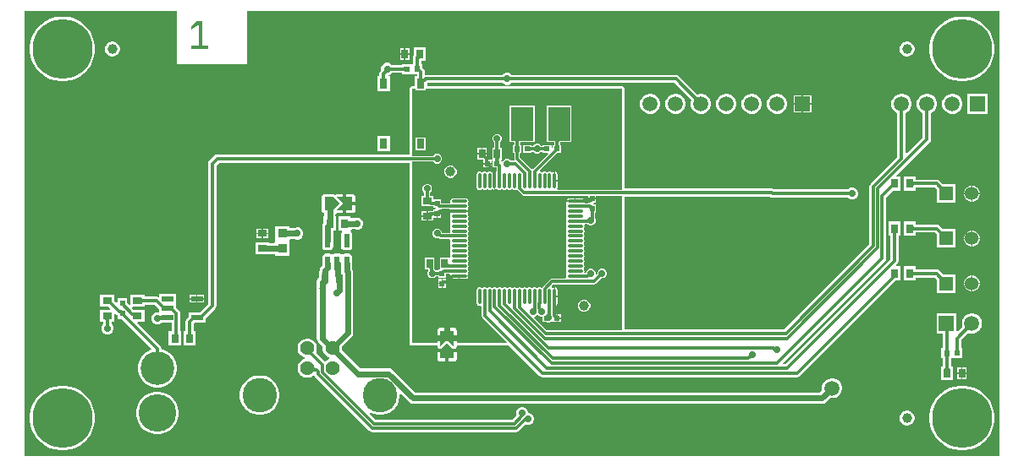
<source format=gtl>
G04*
G04 #@! TF.GenerationSoftware,Altium Limited,Altium Designer,22.11.1 (43)*
G04*
G04 Layer_Physical_Order=1*
G04 Layer_Color=255*
%FSLAX25Y25*%
%MOIN*%
G70*
G04*
G04 #@! TF.SameCoordinates,20756010-ACC5-4C0E-8554-74307577B851*
G04*
G04*
G04 #@! TF.FilePolarity,Positive*
G04*
G01*
G75*
%ADD10C,0.01181*%
%ADD14C,0.02362*%
%ADD19R,0.02756X0.03543*%
%ADD20R,0.02362X0.01968*%
%ADD21R,0.03543X0.02756*%
%ADD22R,0.01968X0.02362*%
%ADD23C,0.03937*%
%ADD24R,0.03740X0.03543*%
G04:AMPARAMS|DCode=25|XSize=55.91mil|YSize=22.84mil|CornerRadius=2.85mil|HoleSize=0mil|Usage=FLASHONLY|Rotation=90.000|XOffset=0mil|YOffset=0mil|HoleType=Round|Shape=RoundedRectangle|*
%AMROUNDEDRECTD25*
21,1,0.05591,0.01713,0,0,90.0*
21,1,0.05020,0.02284,0,0,90.0*
1,1,0.00571,0.00856,0.02510*
1,1,0.00571,0.00856,-0.02510*
1,1,0.00571,-0.00856,-0.02510*
1,1,0.00571,-0.00856,0.02510*
%
%ADD25ROUNDEDRECTD25*%
%ADD26R,0.08858X0.13386*%
%ADD27R,0.04650X0.02000*%
%ADD28R,0.02953X0.03937*%
%ADD29O,0.01181X0.06299*%
%ADD30O,0.06299X0.01181*%
%AMCUSTOMSHAPE52*
4,1,5,0.02756,-0.03150,0.02756,0.03150,-0.02756,0.03150,-0.02756,-0.03150,0.00000,-0.00394,0.02756,-0.03150,0.0*%
%ADD52CUSTOMSHAPE52*%

%AMCUSTOMSHAPE53*
4,1,5,0.02756,-0.03150,-0.02756,-0.03150,-0.02756,0.00000,0.00000,0.02756,0.02756,0.00000,0.02756,-0.03150,0.0*%
%ADD53CUSTOMSHAPE53*%

%AMCUSTOMSHAPE54*
4,1,5,-0.03150,-0.02756,-0.03150,0.02756,0.00000,0.02756,0.02756,0.00000,0.00000,-0.02756,-0.03150,-0.02756,0.0*%
%ADD54CUSTOMSHAPE54*%

%AMCUSTOMSHAPE55*
4,1,5,-0.03150,-0.02756,0.03150,-0.02756,0.03150,0.02756,-0.03150,0.02756,-0.00394,0.00000,-0.03150,-0.02756,0.0*%
%ADD55CUSTOMSHAPE55*%

%ADD56C,0.14823*%
%ADD57C,0.13228*%
%ADD58R,0.05906X0.05906*%
%ADD59C,0.05906*%
%ADD60R,0.05347X0.05347*%
%ADD61C,0.05347*%
%ADD62C,0.23622*%
%ADD63C,0.05634*%
%ADD64C,0.13583*%
%ADD65C,0.02756*%
G36*
X385024Y803D02*
X803D01*
Y176363D01*
X61024D01*
Y155512D01*
X88583D01*
Y176363D01*
X385024D01*
Y803D01*
D02*
G37*
G36*
X70811Y162705D02*
X73226D01*
Y161492D01*
X66515D01*
Y162705D01*
X69467D01*
Y171208D01*
X66515Y169000D01*
Y170531D01*
X68975Y172367D01*
X70811D01*
Y162705D01*
D02*
G37*
%LPC*%
G36*
X152469Y161721D02*
X150841D01*
Y159699D01*
X152469D01*
Y161721D01*
D02*
G37*
G36*
X150341D02*
X148713D01*
Y159699D01*
X150341D01*
Y161721D01*
D02*
G37*
G36*
X348816Y164386D02*
X348034D01*
X347279Y164183D01*
X346603Y163793D01*
X346050Y163240D01*
X345659Y162563D01*
X345457Y161808D01*
Y161027D01*
X345659Y160272D01*
X346050Y159595D01*
X346603Y159042D01*
X347279Y158651D01*
X348034Y158449D01*
X348816D01*
X349571Y158651D01*
X350248Y159042D01*
X350801Y159595D01*
X351191Y160272D01*
X351394Y161027D01*
Y161808D01*
X351191Y162563D01*
X350801Y163240D01*
X350248Y163793D01*
X349571Y164183D01*
X348816Y164386D01*
D02*
G37*
G36*
X35824D02*
X35042D01*
X34287Y164183D01*
X33610Y163793D01*
X33058Y163240D01*
X32667Y162563D01*
X32465Y161808D01*
Y161027D01*
X32667Y160272D01*
X33058Y159595D01*
X33610Y159042D01*
X34287Y158651D01*
X35042Y158449D01*
X35824D01*
X36579Y158651D01*
X37256Y159042D01*
X37808Y159595D01*
X38199Y160272D01*
X38402Y161027D01*
Y161808D01*
X38199Y162563D01*
X37808Y163240D01*
X37256Y163793D01*
X36579Y164183D01*
X35824Y164386D01*
D02*
G37*
G36*
X152469Y159199D02*
X150841D01*
Y157177D01*
X152469D01*
Y159199D01*
D02*
G37*
G36*
X150341D02*
X148713D01*
Y157177D01*
X150341D01*
Y159199D01*
D02*
G37*
G36*
X158874Y162221D02*
X154118D01*
Y158848D01*
X154014Y158692D01*
X153890Y158071D01*
Y155528D01*
X150444D01*
X150406Y155535D01*
X150368Y155528D01*
X149394D01*
Y155165D01*
X145442D01*
X145048Y155559D01*
X144174Y155921D01*
X143228D01*
X142354Y155559D01*
X141685Y154890D01*
X141323Y154016D01*
Y153070D01*
X141334Y153044D01*
X141078Y152787D01*
X140726Y152261D01*
X140603Y151641D01*
Y150606D01*
X139748D01*
Y144669D01*
X144701D01*
Y150606D01*
X144627D01*
X144170Y151103D01*
X144174Y151165D01*
X145048Y151527D01*
X145442Y151922D01*
X149394D01*
Y151559D01*
X150368D01*
X150406Y151551D01*
X150444Y151559D01*
X155367D01*
Y150606D01*
X154512D01*
Y146689D01*
X153543D01*
X153153Y146611D01*
X152822Y146390D01*
X152601Y146060D01*
X152524Y145669D01*
Y119732D01*
X76772D01*
X76151Y119608D01*
X75625Y119257D01*
X73656Y117288D01*
X73305Y116762D01*
X73181Y116142D01*
Y60698D01*
X69799Y57315D01*
X65442D01*
Y55608D01*
X64798Y54964D01*
X64447Y54438D01*
X64323Y53818D01*
Y50016D01*
X63567D01*
Y44472D01*
X68323D01*
Y50016D01*
X67567D01*
Y53146D01*
X67736Y53315D01*
X72092D01*
Y55022D01*
X75950Y58879D01*
X76301Y59405D01*
X76425Y60026D01*
Y115470D01*
X77443Y116489D01*
X152524D01*
Y45276D01*
X152601Y44885D01*
X152822Y44555D01*
X153153Y44334D01*
X153543Y44256D01*
X163547D01*
Y44094D01*
X163625Y43704D01*
X163846Y43374D01*
X163758Y43012D01*
X167323D01*
X170887D01*
X170800Y43374D01*
X171021Y43704D01*
X171098Y44094D01*
Y44256D01*
X190688D01*
X191078Y44334D01*
X191368Y44528D01*
X203578Y32318D01*
X204104Y31966D01*
X204724Y31843D01*
X305118D01*
X305739Y31966D01*
X306265Y32318D01*
X343863Y69916D01*
X343961Y70063D01*
X345882D01*
Y75606D01*
X344301D01*
X344110Y76068D01*
X344651Y76609D01*
X345002Y77135D01*
X345126Y77756D01*
Y87779D01*
X345882D01*
Y93323D01*
X341126D01*
Y87779D01*
X341882D01*
Y78428D01*
X300509Y37055D01*
X299844D01*
X299653Y37517D01*
X339729Y77593D01*
X340081Y78120D01*
X340204Y78740D01*
Y102675D01*
X343026Y105496D01*
X345882D01*
Y111039D01*
X344530D01*
X344339Y111501D01*
X357446Y124608D01*
X357798Y125134D01*
X357921Y125755D01*
Y136136D01*
X358726Y136601D01*
X359462Y137337D01*
X359983Y138238D01*
X360252Y139243D01*
Y140284D01*
X359983Y141289D01*
X359462Y142191D01*
X358726Y142927D01*
X357825Y143447D01*
X356820Y143717D01*
X355779D01*
X354773Y143447D01*
X353872Y142927D01*
X353136Y142191D01*
X352616Y141289D01*
X352346Y140284D01*
Y139243D01*
X352616Y138238D01*
X353136Y137337D01*
X353872Y136601D01*
X354678Y136136D01*
Y126427D01*
X348383Y120132D01*
X347921Y120323D01*
Y136136D01*
X348726Y136601D01*
X349462Y137337D01*
X349983Y138238D01*
X350252Y139243D01*
Y140284D01*
X349983Y141289D01*
X349462Y142191D01*
X348726Y142927D01*
X347825Y143447D01*
X346820Y143717D01*
X345779D01*
X344774Y143447D01*
X343872Y142927D01*
X343136Y142191D01*
X342616Y141289D01*
X342347Y140284D01*
Y139243D01*
X342616Y138238D01*
X343136Y137337D01*
X343872Y136601D01*
X344677Y136136D01*
Y118804D01*
X334074Y108200D01*
X333722Y107674D01*
X333599Y107054D01*
Y84333D01*
X300100Y50834D01*
X237240D01*
Y103047D01*
X294629D01*
X294950Y102832D01*
X295571Y102709D01*
X325030D01*
X325425Y102315D01*
X326299Y101953D01*
X327245D01*
X328119Y102315D01*
X328788Y102984D01*
X329150Y103858D01*
Y104804D01*
X328788Y105678D01*
X328119Y106347D01*
X327245Y106709D01*
X326299D01*
X325425Y106347D01*
X325030Y105952D01*
X296174D01*
X295853Y106167D01*
X295233Y106290D01*
X237240D01*
Y145669D01*
X237162Y146060D01*
X236941Y146390D01*
X236611Y146611D01*
X236221Y146689D01*
X159465D01*
Y147837D01*
X159513Y147869D01*
X159628Y147985D01*
X189204D01*
X189598Y147590D01*
X190472Y147228D01*
X191418D01*
X192292Y147590D01*
X192686Y147985D01*
X256730D01*
X263532Y141182D01*
X263291Y140284D01*
Y139243D01*
X263561Y138238D01*
X264081Y137337D01*
X264817Y136601D01*
X265718Y136080D01*
X266724Y135811D01*
X267764D01*
X268770Y136080D01*
X269671Y136601D01*
X270407Y137337D01*
X270928Y138238D01*
X271197Y139243D01*
Y140284D01*
X270928Y141289D01*
X270407Y142191D01*
X269671Y142927D01*
X268770Y143447D01*
X267764Y143717D01*
X266724D01*
X265826Y143476D01*
X258548Y150753D01*
X258022Y151105D01*
X257402Y151228D01*
X192686D01*
X192292Y151622D01*
X191418Y151984D01*
X190472D01*
X189598Y151622D01*
X189204Y151228D01*
X158957D01*
X158610Y151513D01*
Y152264D01*
X158486Y152884D01*
X158135Y153410D01*
X157693Y153852D01*
Y154401D01*
X157695Y154407D01*
X157693Y154426D01*
Y154477D01*
X157701Y154516D01*
X157693Y154554D01*
Y155528D01*
X157133D01*
Y156677D01*
X158874D01*
Y162221D01*
D02*
G37*
G36*
X371087Y174228D02*
X369071D01*
X367079Y173913D01*
X365161Y173290D01*
X363364Y172374D01*
X361733Y171189D01*
X360307Y169763D01*
X359122Y168132D01*
X358206Y166335D01*
X357583Y164417D01*
X357268Y162426D01*
Y160409D01*
X357583Y158417D01*
X358206Y156500D01*
X359122Y154703D01*
X360307Y153071D01*
X361733Y151646D01*
X363364Y150460D01*
X365161Y149545D01*
X367079Y148922D01*
X369071Y148606D01*
X371087D01*
X373079Y148922D01*
X374996Y149545D01*
X376793Y150460D01*
X378425Y151646D01*
X379850Y153071D01*
X381036Y154703D01*
X381951Y156500D01*
X382574Y158417D01*
X382890Y160409D01*
Y162426D01*
X382574Y164417D01*
X381951Y166335D01*
X381036Y168132D01*
X379850Y169763D01*
X378425Y171189D01*
X376793Y172374D01*
X374996Y173290D01*
X373079Y173913D01*
X371087Y174228D01*
D02*
G37*
G36*
X16756D02*
X14740D01*
X12748Y173913D01*
X10830Y173290D01*
X9034Y172374D01*
X7402Y171189D01*
X5976Y169763D01*
X4791Y168132D01*
X3876Y166335D01*
X3252Y164417D01*
X2937Y162426D01*
Y160409D01*
X3252Y158417D01*
X3876Y156500D01*
X4791Y154703D01*
X5976Y153071D01*
X7402Y151646D01*
X9034Y150460D01*
X10830Y149545D01*
X12748Y148922D01*
X14740Y148606D01*
X16756D01*
X18748Y148922D01*
X20666Y149545D01*
X22463Y150460D01*
X24094Y151646D01*
X25520Y153071D01*
X26705Y154703D01*
X27621Y156500D01*
X28244Y158417D01*
X28559Y160409D01*
Y162426D01*
X28244Y164417D01*
X27621Y166335D01*
X26705Y168132D01*
X25520Y169763D01*
X24094Y171189D01*
X22463Y172374D01*
X20666Y173290D01*
X18748Y173913D01*
X16756Y174228D01*
D02*
G37*
G36*
X310697Y143217D02*
X307494D01*
Y140014D01*
X310697D01*
Y143217D01*
D02*
G37*
G36*
X306994D02*
X303791D01*
Y140014D01*
X306994D01*
Y143217D01*
D02*
G37*
G36*
X310697Y139514D02*
X307494D01*
Y136311D01*
X310697D01*
Y139514D01*
D02*
G37*
G36*
X306994D02*
X303791D01*
Y136311D01*
X306994D01*
Y139514D01*
D02*
G37*
G36*
X380252Y143717D02*
X372346D01*
Y135811D01*
X380252D01*
Y143717D01*
D02*
G37*
G36*
X366820D02*
X365779D01*
X364774Y143447D01*
X363872Y142927D01*
X363136Y142191D01*
X362616Y141289D01*
X362347Y140284D01*
Y139243D01*
X362616Y138238D01*
X363136Y137337D01*
X363872Y136601D01*
X364774Y136080D01*
X365779Y135811D01*
X366820D01*
X367825Y136080D01*
X368726Y136601D01*
X369462Y137337D01*
X369983Y138238D01*
X370252Y139243D01*
Y140284D01*
X369983Y141289D01*
X369462Y142191D01*
X368726Y142927D01*
X367825Y143447D01*
X366820Y143717D01*
D02*
G37*
G36*
X297764D02*
X296724D01*
X295718Y143447D01*
X294817Y142927D01*
X294081Y142191D01*
X293561Y141289D01*
X293291Y140284D01*
Y139243D01*
X293561Y138238D01*
X294081Y137337D01*
X294817Y136601D01*
X295718Y136080D01*
X296724Y135811D01*
X297764D01*
X298770Y136080D01*
X299671Y136601D01*
X300407Y137337D01*
X300927Y138238D01*
X301197Y139243D01*
Y140284D01*
X300927Y141289D01*
X300407Y142191D01*
X299671Y142927D01*
X298770Y143447D01*
X297764Y143717D01*
D02*
G37*
G36*
X287765D02*
X286724D01*
X285718Y143447D01*
X284817Y142927D01*
X284081Y142191D01*
X283561Y141289D01*
X283291Y140284D01*
Y139243D01*
X283561Y138238D01*
X284081Y137337D01*
X284817Y136601D01*
X285718Y136080D01*
X286724Y135811D01*
X287765D01*
X288770Y136080D01*
X289671Y136601D01*
X290407Y137337D01*
X290928Y138238D01*
X291197Y139243D01*
Y140284D01*
X290928Y141289D01*
X290407Y142191D01*
X289671Y142927D01*
X288770Y143447D01*
X287765Y143717D01*
D02*
G37*
G36*
X277765D02*
X276724D01*
X275718Y143447D01*
X274817Y142927D01*
X274081Y142191D01*
X273561Y141289D01*
X273291Y140284D01*
Y139243D01*
X273561Y138238D01*
X274081Y137337D01*
X274817Y136601D01*
X275718Y136080D01*
X276724Y135811D01*
X277765D01*
X278770Y136080D01*
X279671Y136601D01*
X280407Y137337D01*
X280927Y138238D01*
X281197Y139243D01*
Y140284D01*
X280927Y141289D01*
X280407Y142191D01*
X279671Y142927D01*
X278770Y143447D01*
X277765Y143717D01*
D02*
G37*
G36*
X257765D02*
X256724D01*
X255718Y143447D01*
X254817Y142927D01*
X254081Y142191D01*
X253561Y141289D01*
X253291Y140284D01*
Y139243D01*
X253561Y138238D01*
X254081Y137337D01*
X254817Y136601D01*
X255718Y136080D01*
X256724Y135811D01*
X257765D01*
X258770Y136080D01*
X259671Y136601D01*
X260407Y137337D01*
X260928Y138238D01*
X261197Y139243D01*
Y140284D01*
X260928Y141289D01*
X260407Y142191D01*
X259671Y142927D01*
X258770Y143447D01*
X257765Y143717D01*
D02*
G37*
G36*
X247764D02*
X246724D01*
X245718Y143447D01*
X244817Y142927D01*
X244081Y142191D01*
X243561Y141289D01*
X243291Y140284D01*
Y139243D01*
X243561Y138238D01*
X244081Y137337D01*
X244817Y136601D01*
X245718Y136080D01*
X246724Y135811D01*
X247764D01*
X248770Y136080D01*
X249671Y136601D01*
X250407Y137337D01*
X250927Y138238D01*
X251197Y139243D01*
Y140284D01*
X250927Y141289D01*
X250407Y142191D01*
X249671Y142927D01*
X248770Y143447D01*
X247764Y143717D01*
D02*
G37*
G36*
X144701Y126984D02*
X139748D01*
Y121047D01*
X144701D01*
Y126984D01*
D02*
G37*
G36*
X374433Y107504D02*
X374266D01*
Y104581D01*
X377189D01*
Y104748D01*
X376973Y105555D01*
X376555Y106279D01*
X375964Y106870D01*
X375241Y107288D01*
X374433Y107504D01*
D02*
G37*
G36*
X373766D02*
X373598D01*
X372791Y107288D01*
X372067Y106870D01*
X371477Y106279D01*
X371059Y105555D01*
X370843Y104748D01*
Y104581D01*
X373766D01*
Y107504D01*
D02*
G37*
G36*
X126279Y104169D02*
X123819D01*
X123429Y104092D01*
X123098Y103871D01*
X122580Y103996D01*
X122437Y104092D01*
X122047Y104169D01*
X118898D01*
X118507Y104092D01*
X118177Y103871D01*
X117956Y103540D01*
X117878Y103150D01*
Y97638D01*
X117956Y97248D01*
X118177Y96917D01*
X118507Y96696D01*
X118839Y96630D01*
Y95291D01*
X118685D01*
Y92884D01*
X118221Y92190D01*
X118052Y91339D01*
X118052Y91338D01*
Y85787D01*
X118109Y85501D01*
Y83277D01*
X118208Y82776D01*
X118493Y82351D01*
X118918Y82067D01*
X119419Y81967D01*
X121132D01*
X121633Y82067D01*
X122059Y82351D01*
X122343Y82776D01*
X122442Y83277D01*
Y85501D01*
X122499Y85787D01*
Y89748D01*
X123441D01*
Y95291D01*
X123287D01*
Y96235D01*
X123787Y96625D01*
X123819Y96618D01*
X126279D01*
Y100394D01*
Y104169D01*
D02*
G37*
G36*
X377189Y104081D02*
X374266D01*
Y101157D01*
X374433D01*
X375241Y101374D01*
X375964Y101792D01*
X376555Y102382D01*
X376973Y103106D01*
X377189Y103913D01*
Y104081D01*
D02*
G37*
G36*
X373766D02*
X370843D01*
Y103913D01*
X371059Y103106D01*
X371477Y102382D01*
X372067Y101792D01*
X372791Y101374D01*
X373598Y101157D01*
X373766D01*
Y104081D01*
D02*
G37*
G36*
X130118Y104169D02*
X127657D01*
Y101083D01*
X131138D01*
Y103150D01*
X131060Y103540D01*
X130839Y103871D01*
X130508Y104092D01*
X130118Y104169D01*
D02*
G37*
G36*
X351787Y111039D02*
X347031D01*
Y105496D01*
X351787D01*
Y106646D01*
X359407D01*
X360343Y105710D01*
Y100657D01*
X367689D01*
Y108004D01*
X362636D01*
X361226Y109414D01*
X360699Y109766D01*
X360079Y109889D01*
X351787D01*
Y111039D01*
D02*
G37*
G36*
X131138Y99705D02*
X127657D01*
Y96618D01*
X130118D01*
X130508Y96696D01*
X130839Y96917D01*
X131060Y97248D01*
X131138Y97638D01*
Y99705D01*
D02*
G37*
G36*
X129347Y95291D02*
X124591D01*
Y89748D01*
X125857D01*
X126009Y89248D01*
X125973Y89224D01*
X125689Y88799D01*
X125589Y88297D01*
Y83277D01*
X125689Y82776D01*
X125973Y82351D01*
X126398Y82067D01*
X126900Y81967D01*
X128612D01*
X129114Y82067D01*
X129539Y82351D01*
X129823Y82776D01*
X129923Y83277D01*
Y88297D01*
X129823Y88799D01*
X129539Y89224D01*
X129443Y89288D01*
X129347Y89748D01*
Y89796D01*
X129520Y90116D01*
X129700Y90296D01*
X131045D01*
X131417Y90142D01*
X132363D01*
X133237Y90504D01*
X133906Y91173D01*
X134268Y92047D01*
Y92993D01*
X133906Y93867D01*
X133237Y94536D01*
X132363Y94898D01*
X131417D01*
X131045Y94744D01*
X129347D01*
Y95291D01*
D02*
G37*
G36*
X96760Y90461D02*
X94738D01*
Y88833D01*
X96760D01*
Y90461D01*
D02*
G37*
G36*
X94238D02*
X92216D01*
Y88833D01*
X94238D01*
Y90461D01*
D02*
G37*
G36*
X374433Y89787D02*
X374266D01*
Y86864D01*
X377189D01*
Y87032D01*
X376973Y87839D01*
X376555Y88563D01*
X375964Y89153D01*
X375241Y89571D01*
X374433Y89787D01*
D02*
G37*
G36*
X373766D02*
X373598D01*
X372791Y89571D01*
X372067Y89153D01*
X371477Y88563D01*
X371059Y87839D01*
X370843Y87032D01*
Y86864D01*
X373766D01*
Y89787D01*
D02*
G37*
G36*
X96760Y88333D02*
X94738D01*
Y86705D01*
X96760D01*
Y88333D01*
D02*
G37*
G36*
X94238D02*
X92216D01*
Y86705D01*
X94238D01*
Y88333D01*
D02*
G37*
G36*
X105232Y91354D02*
X99492D01*
Y85949D01*
X99492Y85811D01*
Y85401D01*
X99275Y84901D01*
X97260D01*
Y85055D01*
X91716D01*
Y80299D01*
X97260D01*
Y80453D01*
X99492D01*
Y79905D01*
X105232D01*
Y85311D01*
X105232Y85449D01*
Y85859D01*
X105449Y86359D01*
X107423D01*
X107795Y86205D01*
X108741D01*
X109615Y86567D01*
X110284Y87236D01*
X110646Y88110D01*
Y89056D01*
X110284Y89930D01*
X109615Y90599D01*
X108741Y90961D01*
X107795D01*
X107423Y90807D01*
X105232D01*
Y91354D01*
D02*
G37*
G36*
X377189Y86364D02*
X374266D01*
Y83441D01*
X374433D01*
X375241Y83657D01*
X375964Y84075D01*
X376555Y84666D01*
X376973Y85389D01*
X377189Y86196D01*
Y86364D01*
D02*
G37*
G36*
X373766D02*
X370843D01*
Y86196D01*
X371059Y85389D01*
X371477Y84666D01*
X372067Y84075D01*
X372791Y83657D01*
X373598Y83441D01*
X373766D01*
Y86364D01*
D02*
G37*
G36*
X351787Y93323D02*
X347031D01*
Y87779D01*
X351787D01*
Y88929D01*
X359407D01*
X360343Y87994D01*
Y82941D01*
X367689D01*
Y90287D01*
X362636D01*
X361226Y91698D01*
X360699Y92049D01*
X360079Y92173D01*
X351787D01*
Y93323D01*
D02*
G37*
G36*
X128612Y80592D02*
X126900D01*
X126398Y80492D01*
X126268Y80406D01*
X125886Y80245D01*
X125503Y80406D01*
X125374Y80492D01*
X124872Y80592D01*
X123160D01*
X122658Y80492D01*
X122528Y80406D01*
X122146Y80245D01*
X121763Y80406D01*
X121633Y80492D01*
X121132Y80592D01*
X119419D01*
X118918Y80492D01*
X118493Y80208D01*
X118208Y79783D01*
X118109Y79282D01*
Y77058D01*
X118052Y76772D01*
Y76118D01*
X117719Y75785D01*
X117237Y75064D01*
X117068Y74213D01*
X117068Y74212D01*
Y73638D01*
X116717D01*
Y72664D01*
X116709Y72626D01*
X116717Y72588D01*
Y71239D01*
X116538Y71061D01*
X116056Y70339D01*
X115886Y69488D01*
X115886Y69488D01*
Y47244D01*
X115886Y47244D01*
X116056Y46393D01*
X116538Y45672D01*
X118266Y43943D01*
X118230Y43810D01*
Y42805D01*
X118490Y41834D01*
X118993Y40963D01*
X119704Y40253D01*
X120574Y39750D01*
X121027Y39629D01*
Y39111D01*
X120574Y38990D01*
X119704Y38487D01*
X119170Y37953D01*
X115589Y41534D01*
X115762Y41834D01*
X116022Y42805D01*
Y43810D01*
X115762Y44780D01*
X115259Y45651D01*
X114548Y46361D01*
X113678Y46864D01*
X112707Y47124D01*
X111702D01*
X110731Y46864D01*
X109861Y46361D01*
X109150Y45651D01*
X108648Y44780D01*
X108388Y43810D01*
Y42805D01*
X108648Y41834D01*
X109150Y40963D01*
X109861Y40253D01*
X110731Y39750D01*
X111184Y39629D01*
Y39111D01*
X110731Y38990D01*
X109861Y38487D01*
X109150Y37777D01*
X108648Y36906D01*
X108388Y35936D01*
Y34931D01*
X108648Y33960D01*
X109150Y33089D01*
X109861Y32379D01*
X110731Y31876D01*
X111702Y31616D01*
X112707D01*
X113678Y31876D01*
X114502Y32352D01*
X114571Y32374D01*
X115126Y32250D01*
X115312Y31971D01*
X136619Y10664D01*
X137145Y10313D01*
X137766Y10189D01*
X194436D01*
X195056Y10313D01*
X195583Y10664D01*
X198167Y13249D01*
X198680Y13036D01*
X199626D01*
X200500Y13398D01*
X201169Y14067D01*
X201531Y14941D01*
Y15887D01*
X201169Y16761D01*
X200500Y17430D01*
X199626Y17792D01*
X199228D01*
Y18190D01*
X198866Y19063D01*
X198197Y19733D01*
X197323Y20095D01*
X196377D01*
X195503Y19733D01*
X194834Y19063D01*
X194473Y18190D01*
Y17244D01*
X194685Y16731D01*
X193068Y15114D01*
X139134D01*
X136695Y17552D01*
X137014Y17941D01*
X137136Y17859D01*
X138554Y17272D01*
X140059Y16972D01*
X141594D01*
X143099Y17272D01*
X144517Y17859D01*
X145793Y18712D01*
X146879Y19797D01*
X147731Y21073D01*
X148319Y22491D01*
X148618Y23996D01*
Y25102D01*
X149118Y25309D01*
X152378Y22050D01*
X152378Y22050D01*
X153099Y21567D01*
X153950Y21398D01*
X153950Y21398D01*
X314961D01*
X314961Y21398D01*
X315812Y21567D01*
X316533Y22050D01*
X318151Y23667D01*
X318377Y23606D01*
X319418D01*
X320423Y23876D01*
X321325Y24396D01*
X322061Y25132D01*
X322581Y26033D01*
X322850Y27039D01*
Y28080D01*
X322581Y29085D01*
X322061Y29986D01*
X321325Y30722D01*
X320423Y31242D01*
X319418Y31512D01*
X318377D01*
X317372Y31242D01*
X316471Y30722D01*
X315735Y29986D01*
X315214Y29085D01*
X314945Y28080D01*
Y27039D01*
X315006Y26812D01*
X314039Y25846D01*
X154871D01*
X145909Y34809D01*
X145187Y35291D01*
X144336Y35460D01*
X144336Y35460D01*
X133039D01*
X125828Y42671D01*
X125864Y42805D01*
Y43810D01*
X125828Y43943D01*
X129631Y47746D01*
X129631Y47746D01*
X130114Y48468D01*
X130283Y49319D01*
X130283Y49319D01*
Y73334D01*
X130283Y73334D01*
X130114Y74185D01*
X130019Y74326D01*
Y76732D01*
X130019Y76732D01*
X129923Y77216D01*
Y79282D01*
X129823Y79783D01*
X129539Y80208D01*
X129114Y80492D01*
X128612Y80592D01*
D02*
G37*
G36*
X374433Y72071D02*
X374266D01*
Y69148D01*
X377189D01*
Y69315D01*
X376973Y70122D01*
X376555Y70846D01*
X375964Y71437D01*
X375241Y71855D01*
X374433Y72071D01*
D02*
G37*
G36*
X373766D02*
X373598D01*
X372791Y71855D01*
X372067Y71437D01*
X371477Y70846D01*
X371059Y70122D01*
X370843Y69315D01*
Y69148D01*
X373766D01*
Y72071D01*
D02*
G37*
G36*
X377189Y68648D02*
X374266D01*
Y65724D01*
X374433D01*
X375241Y65941D01*
X375964Y66358D01*
X376555Y66949D01*
X376973Y67673D01*
X377189Y68480D01*
Y68648D01*
D02*
G37*
G36*
X373766D02*
X370843D01*
Y68480D01*
X371059Y67673D01*
X371477Y66949D01*
X372067Y66358D01*
X372791Y65941D01*
X373598Y65724D01*
X373766D01*
Y68648D01*
D02*
G37*
G36*
X351787Y75606D02*
X347031D01*
Y70063D01*
X351787D01*
Y71213D01*
X359407D01*
X360343Y70277D01*
Y65224D01*
X367689D01*
Y72571D01*
X362636D01*
X361226Y73981D01*
X360699Y74333D01*
X360079Y74456D01*
X351787D01*
Y75606D01*
D02*
G37*
G36*
X60542Y64795D02*
X53892D01*
Y63840D01*
X53392Y63539D01*
X52939Y63630D01*
X48047D01*
Y64386D01*
X42504D01*
Y60640D01*
X42042Y60448D01*
X41354Y61136D01*
Y63205D01*
X37386D01*
Y61427D01*
X36924Y61236D01*
X36236Y61923D01*
Y64386D01*
X30693D01*
Y59630D01*
X33943D01*
X34630Y58942D01*
X34439Y58480D01*
X30693D01*
Y53724D01*
X31843D01*
Y52922D01*
X31449Y52528D01*
X31087Y51654D01*
Y50708D01*
X31449Y49834D01*
X32118Y49165D01*
X32992Y48803D01*
X33938D01*
X34812Y49165D01*
X35480Y49834D01*
X35842Y50708D01*
Y51654D01*
X35480Y52528D01*
X35086Y52922D01*
Y53724D01*
X36236D01*
Y56683D01*
X36698Y56875D01*
X37042Y56530D01*
X37386Y56301D01*
Y54905D01*
X39061D01*
X50750Y43217D01*
X50629Y42630D01*
X49543Y42181D01*
X48296Y41347D01*
X47235Y40287D01*
X46402Y39040D01*
X45828Y37654D01*
X45535Y36183D01*
Y34683D01*
X45828Y33212D01*
X46402Y31826D01*
X47235Y30579D01*
X48296Y29519D01*
X49543Y28686D01*
X50929Y28111D01*
X52400Y27819D01*
X53900D01*
X55371Y28111D01*
X56756Y28686D01*
X58003Y29519D01*
X59064Y30579D01*
X59897Y31826D01*
X60471Y33212D01*
X60764Y34683D01*
Y36183D01*
X60471Y37654D01*
X59897Y39040D01*
X59064Y40287D01*
X58003Y41347D01*
X56756Y42181D01*
X55371Y42755D01*
X54776Y42873D01*
X54775Y42878D01*
X54771Y42915D01*
Y43110D01*
X54648Y43731D01*
X54296Y44257D01*
X45291Y53263D01*
X45482Y53724D01*
X48047D01*
Y58480D01*
X44645D01*
X44488Y58512D01*
X43979D01*
X43322Y59168D01*
X43514Y59630D01*
X48047D01*
Y60386D01*
X52268D01*
X53892Y58762D01*
Y57676D01*
X53623Y57496D01*
X52677D01*
X51803Y57134D01*
X51134Y56465D01*
X50772Y55591D01*
Y54645D01*
X51134Y53771D01*
X51803Y53102D01*
X52677Y52740D01*
X53623D01*
X54497Y53102D01*
X54709Y53315D01*
X54866D01*
X54904Y53307D01*
X54942Y53315D01*
X59011D01*
Y50016D01*
X57661D01*
Y44472D01*
X62417D01*
Y48971D01*
X62425Y49010D01*
X62419Y49039D01*
X62423Y49069D01*
X62417Y49089D01*
Y50016D01*
X62254D01*
Y56965D01*
X62131Y57585D01*
X61779Y58111D01*
X60542Y59349D01*
Y60795D01*
Y64795D01*
D02*
G37*
G36*
X71592Y64295D02*
X69017D01*
Y63045D01*
X71592D01*
Y64295D01*
D02*
G37*
G36*
X68517D02*
X65942D01*
Y63045D01*
X68517D01*
Y64295D01*
D02*
G37*
G36*
X71592Y62545D02*
X69017D01*
Y61295D01*
X71592D01*
Y62545D01*
D02*
G37*
G36*
X68517D02*
X65942D01*
Y61295D01*
X68517D01*
Y62545D01*
D02*
G37*
G36*
X374536Y57102D02*
X373495D01*
X372490Y56833D01*
X371589Y56313D01*
X370853Y55577D01*
X370332Y54675D01*
X370063Y53670D01*
Y52629D01*
X370304Y51731D01*
X368430Y49858D01*
X367969Y50049D01*
Y57102D01*
X360063D01*
Y49197D01*
X362551D01*
Y43323D01*
X361992D01*
Y42349D01*
X361984Y42311D01*
X361992Y42273D01*
Y42222D01*
X361990Y42202D01*
X361992Y42196D01*
Y40481D01*
X361990Y40475D01*
X361992Y40456D01*
Y40404D01*
X361984Y40366D01*
X361992Y40328D01*
Y39354D01*
X362551D01*
Y36236D01*
X361795D01*
Y30693D01*
X366551D01*
Y36236D01*
X365795D01*
Y39354D01*
X370291D01*
Y42196D01*
X370293Y42202D01*
X370291Y42221D01*
Y42273D01*
X370299Y42311D01*
X370291Y42349D01*
Y43323D01*
X369732D01*
Y46572D01*
X372597Y49437D01*
X373495Y49197D01*
X374536D01*
X375541Y49466D01*
X376443Y49987D01*
X377179Y50723D01*
X377699Y51624D01*
X377969Y52629D01*
Y53670D01*
X377699Y54675D01*
X377179Y55577D01*
X376443Y56313D01*
X375541Y56833D01*
X374536Y57102D01*
D02*
G37*
G36*
X171098Y41634D02*
X168012D01*
Y38154D01*
X170079D01*
X170469Y38231D01*
X170800Y38452D01*
X171021Y38783D01*
X171098Y39173D01*
Y41634D01*
D02*
G37*
G36*
X166634D02*
X163547D01*
Y39173D01*
X163625Y38783D01*
X163846Y38452D01*
X164177Y38231D01*
X164567Y38154D01*
X166634D01*
Y41634D01*
D02*
G37*
G36*
X371957Y35736D02*
X370329D01*
Y33715D01*
X371957D01*
Y35736D01*
D02*
G37*
G36*
X369829D02*
X368201D01*
Y33715D01*
X369829D01*
Y35736D01*
D02*
G37*
G36*
X371957Y33215D02*
X370329D01*
Y31193D01*
X371957D01*
Y33215D01*
D02*
G37*
G36*
X369829D02*
X368201D01*
Y31193D01*
X369829D01*
Y33215D01*
D02*
G37*
G36*
X94193Y32555D02*
X92658D01*
X91153Y32256D01*
X89735Y31668D01*
X88459Y30816D01*
X87373Y29730D01*
X86521Y28454D01*
X85933Y27036D01*
X85634Y25531D01*
Y23996D01*
X85933Y22491D01*
X86521Y21073D01*
X87373Y19797D01*
X88459Y18712D01*
X89735Y17859D01*
X91153Y17272D01*
X92658Y16972D01*
X94193D01*
X95698Y17272D01*
X97116Y17859D01*
X98392Y18712D01*
X99477Y19797D01*
X100330Y21073D01*
X100917Y22491D01*
X101216Y23996D01*
Y25531D01*
X100917Y27036D01*
X100330Y28454D01*
X99477Y29730D01*
X98392Y30816D01*
X97116Y31668D01*
X95698Y32256D01*
X94193Y32555D01*
D02*
G37*
G36*
X348816Y18717D02*
X348034D01*
X347279Y18514D01*
X346603Y18123D01*
X346050Y17571D01*
X345659Y16894D01*
X345457Y16139D01*
Y15357D01*
X345659Y14602D01*
X346050Y13925D01*
X346603Y13373D01*
X347279Y12982D01*
X348034Y12779D01*
X348816D01*
X349571Y12982D01*
X350248Y13373D01*
X350801Y13925D01*
X351191Y14602D01*
X351394Y15357D01*
Y16139D01*
X351191Y16894D01*
X350801Y17571D01*
X350248Y18123D01*
X349571Y18514D01*
X348816Y18717D01*
D02*
G37*
G36*
X53978Y26128D02*
X52321D01*
X50696Y25805D01*
X49165Y25171D01*
X47788Y24250D01*
X46616Y23078D01*
X45695Y21701D01*
X45061Y20170D01*
X44738Y18545D01*
Y16888D01*
X45061Y15263D01*
X45695Y13732D01*
X46616Y12355D01*
X47788Y11183D01*
X49165Y10262D01*
X50696Y9628D01*
X52321Y9305D01*
X53978D01*
X55603Y9628D01*
X57134Y10262D01*
X58512Y11183D01*
X59683Y12355D01*
X60604Y13732D01*
X61238Y15263D01*
X61561Y16888D01*
Y18545D01*
X61238Y20170D01*
X60604Y21701D01*
X59683Y23078D01*
X58512Y24250D01*
X57134Y25171D01*
X55603Y25805D01*
X53978Y26128D01*
D02*
G37*
G36*
X371087Y28559D02*
X369071D01*
X367079Y28244D01*
X365161Y27621D01*
X363364Y26705D01*
X361733Y25520D01*
X360307Y24094D01*
X359122Y22463D01*
X358206Y20666D01*
X357583Y18748D01*
X357268Y16756D01*
Y14740D01*
X357583Y12748D01*
X358206Y10830D01*
X359122Y9034D01*
X360307Y7402D01*
X361733Y5976D01*
X363364Y4791D01*
X365161Y3876D01*
X367079Y3252D01*
X369071Y2937D01*
X371087D01*
X373079Y3252D01*
X374996Y3876D01*
X376793Y4791D01*
X378425Y5976D01*
X379850Y7402D01*
X381036Y9034D01*
X381951Y10830D01*
X382574Y12748D01*
X382890Y14740D01*
Y16756D01*
X382574Y18748D01*
X381951Y20666D01*
X381036Y22463D01*
X379850Y24094D01*
X378425Y25520D01*
X376793Y26705D01*
X374996Y27621D01*
X373079Y28244D01*
X371087Y28559D01*
D02*
G37*
G36*
X16756D02*
X14740D01*
X12748Y28244D01*
X10830Y27621D01*
X9034Y26705D01*
X7402Y25520D01*
X5976Y24094D01*
X4791Y22463D01*
X3876Y20666D01*
X3252Y18748D01*
X2937Y16756D01*
Y14740D01*
X3252Y12748D01*
X3876Y10830D01*
X4791Y9034D01*
X5976Y7402D01*
X7402Y5976D01*
X9034Y4791D01*
X10830Y3876D01*
X12748Y3252D01*
X14740Y2937D01*
X16756D01*
X18748Y3252D01*
X20666Y3876D01*
X22463Y4791D01*
X24094Y5976D01*
X25520Y7402D01*
X26705Y9034D01*
X27621Y10830D01*
X28244Y12748D01*
X28559Y14740D01*
Y16756D01*
X28244Y18748D01*
X27621Y20666D01*
X26705Y22463D01*
X25520Y24094D01*
X24094Y25520D01*
X22463Y26705D01*
X20666Y27621D01*
X18748Y28244D01*
X16756Y28559D01*
D02*
G37*
%LPD*%
G36*
X156581Y157688D02*
X156480Y157652D01*
X156392Y157592D01*
X156315Y157508D01*
X156250Y157401D01*
X156197Y157270D01*
X156156Y157115D01*
X156126Y156936D01*
X156108Y156734D01*
X156102Y156508D01*
X154921D01*
X155130Y157689D01*
X156693Y157701D01*
X156581Y157688D01*
D02*
G37*
G36*
X156108Y155472D02*
X156125Y155271D01*
X156154Y155094D01*
X156195Y154941D01*
X156247Y154811D01*
X156311Y154704D01*
X156386Y154622D01*
X156473Y154563D01*
X156571Y154527D01*
X156681Y154516D01*
X154343D01*
X154453Y154527D01*
X154551Y154563D01*
X154638Y154622D01*
X154713Y154704D01*
X154777Y154811D01*
X154829Y154941D01*
X154869Y155094D01*
X154898Y155271D01*
X154915Y155472D01*
X154921Y155697D01*
X156102D01*
X156108Y155472D01*
D02*
G37*
G36*
X150406Y152571D02*
X150394Y152644D01*
X150358Y152708D01*
X150299Y152766D01*
X150217Y152815D01*
X150110Y152857D01*
X149980Y152892D01*
X149827Y152918D01*
X149650Y152937D01*
X149225Y152953D01*
Y154134D01*
X149449Y154138D01*
X149827Y154168D01*
X149980Y154195D01*
X150110Y154229D01*
X150217Y154271D01*
X150299Y154321D01*
X150358Y154378D01*
X150394Y154443D01*
X150406Y154516D01*
Y152571D01*
D02*
G37*
G36*
X143989Y152196D02*
X143893Y152171D01*
X143797Y152139D01*
X143700Y152098D01*
X143603Y152049D01*
X143505Y151992D01*
X143406Y151927D01*
X143206Y151773D01*
X143105Y151683D01*
X143004Y151585D01*
X141959Y152210D01*
X142056Y152314D01*
X142141Y152417D01*
X142212Y152520D01*
X142271Y152622D01*
X142318Y152724D01*
X142352Y152825D01*
X142373Y152927D01*
X142381Y153028D01*
X142376Y153128D01*
X142359Y153228D01*
X143989Y152196D01*
D02*
G37*
G36*
X157585Y150549D02*
X157602Y150346D01*
X157632Y150167D01*
X157673Y150012D01*
X157726Y149881D01*
X157791Y149773D01*
X157868Y149690D01*
X157957Y149630D01*
X158057Y149594D01*
X158169Y149582D01*
X155807D01*
X155919Y149594D01*
X156020Y149630D01*
X156108Y149690D01*
X156185Y149773D01*
X156250Y149881D01*
X156303Y150012D01*
X156344Y150167D01*
X156374Y150346D01*
X156392Y150549D01*
X156398Y150775D01*
X157579D01*
X157585Y150549D01*
D02*
G37*
G36*
X142821D02*
X142839Y150346D01*
X142868Y150167D01*
X142909Y150012D01*
X142963Y149881D01*
X143028Y149773D01*
X143104Y149690D01*
X143193Y149630D01*
X143293Y149594D01*
X143405Y149582D01*
X141043D01*
X141156Y149594D01*
X141256Y149630D01*
X141344Y149690D01*
X141421Y149773D01*
X141486Y149881D01*
X141539Y150012D01*
X141581Y150167D01*
X141610Y150346D01*
X141628Y150549D01*
X141634Y150775D01*
X142815D01*
X142821Y150549D01*
D02*
G37*
G36*
X236221Y105780D02*
X210780D01*
X210550Y106281D01*
X210673Y106464D01*
X210758Y106890D01*
Y109199D01*
X209646D01*
Y109449D01*
X209396D01*
Y113070D01*
X209220Y113035D01*
X209001Y112889D01*
X208661Y112829D01*
X208321Y112889D01*
X208103Y113035D01*
X207677Y113120D01*
X207252Y113035D01*
X207033Y112889D01*
X206693Y112829D01*
X206353Y112889D01*
X206134Y113035D01*
X205709Y113120D01*
X205283Y113035D01*
X205064Y112889D01*
X204724Y112829D01*
X204384Y112889D01*
X204166Y113035D01*
X203942Y113080D01*
X203747Y113592D01*
X209509Y119354D01*
X209512Y119354D01*
X209521Y119366D01*
X209571Y119416D01*
X209618Y119434D01*
X209922Y119731D01*
X210455Y120201D01*
X210670Y120365D01*
X210855Y120488D01*
X210994Y120563D01*
X211344D01*
X211392Y120549D01*
X211416Y120563D01*
X212311D01*
Y122914D01*
X212337Y122962D01*
X212329Y122991D01*
X212340Y123020D01*
X212311Y123090D01*
Y123531D01*
X211905D01*
X211857Y123558D01*
X211851Y123558D01*
X211828Y123615D01*
X211803Y123711D01*
X211781Y123843D01*
X211767Y124006D01*
X211764Y124114D01*
X211767Y124224D01*
X211781Y124390D01*
X211803Y124522D01*
X211829Y124619D01*
X211854Y124679D01*
X211855Y124681D01*
X211868Y124683D01*
X211894Y124697D01*
X216347D01*
Y139083D01*
X206488D01*
Y124697D01*
X209366D01*
X209392Y124683D01*
X209405Y124681D01*
X209406Y124679D01*
X209431Y124619D01*
X209456Y124522D01*
X209478Y124390D01*
X209493Y124224D01*
X209496Y124114D01*
X209493Y124006D01*
X209479Y123842D01*
X209457Y123711D01*
X209432Y123615D01*
X209409Y123558D01*
X209403Y123558D01*
X209355Y123531D01*
X208949D01*
Y123090D01*
X208920Y123020D01*
X208931Y122991D01*
X208923Y122962D01*
X208949Y122914D01*
Y122610D01*
X208932Y122575D01*
X208948Y122530D01*
X208935Y122485D01*
X208806Y122377D01*
X208374Y122639D01*
Y123531D01*
X205647D01*
X205611Y123554D01*
X205566Y123543D01*
X205524Y123561D01*
X205453Y123531D01*
X205012D01*
Y123508D01*
X204934Y123446D01*
X204525Y123204D01*
X204525Y123204D01*
X204443Y123222D01*
X204372Y123243D01*
X204309Y123268D01*
X204255Y123295D01*
X204207Y123324D01*
X204165Y123356D01*
X204107Y123409D01*
X204016Y123443D01*
X203820Y123639D01*
X203130Y123925D01*
X202382D01*
X201692Y123639D01*
X201496Y123443D01*
X201404Y123409D01*
X201347Y123356D01*
X201305Y123324D01*
X201257Y123295D01*
X201203Y123268D01*
X201140Y123243D01*
X201068Y123222D01*
X200987Y123204D01*
X200987Y123204D01*
X200571Y123450D01*
X200500Y123506D01*
Y123531D01*
X200059D01*
X199988Y123561D01*
X199946Y123543D01*
X199901Y123554D01*
X199865Y123531D01*
X197138D01*
Y120563D01*
X199865D01*
X199901Y120541D01*
X199946Y120551D01*
X199988Y120534D01*
X200059Y120563D01*
X200500D01*
Y120586D01*
X200578Y120649D01*
X200987Y120890D01*
X200987Y120890D01*
X201068Y120873D01*
X201140Y120851D01*
X201203Y120827D01*
X201257Y120800D01*
X201305Y120770D01*
X201347Y120738D01*
X201404Y120685D01*
X201496Y120652D01*
X201692Y120455D01*
X202382Y120169D01*
X203130D01*
X203820Y120455D01*
X204016Y120652D01*
X204107Y120685D01*
X204165Y120738D01*
X204207Y120770D01*
X204255Y120800D01*
X204309Y120827D01*
X204372Y120851D01*
X204443Y120873D01*
X204524Y120890D01*
X204525Y120890D01*
X204941Y120645D01*
X205012Y120588D01*
Y120563D01*
X205453D01*
X205524Y120534D01*
X205566Y120551D01*
X205611Y120541D01*
X205647Y120563D01*
X206920D01*
X207111Y120101D01*
X201109Y114098D01*
X200900Y114049D01*
X200675D01*
X200466Y114098D01*
X195994Y118571D01*
Y119836D01*
X196013Y119880D01*
X196019Y120088D01*
X196033Y120252D01*
X196054Y120383D01*
X196080Y120480D01*
X196102Y120536D01*
X196109Y120537D01*
X196157Y120563D01*
X196563D01*
Y121004D01*
X196592Y121075D01*
X196580Y121103D01*
X196589Y121133D01*
X196563Y121181D01*
Y122914D01*
X196589Y122962D01*
X196580Y122991D01*
X196592Y123020D01*
X196563Y123090D01*
Y123531D01*
X196157D01*
X196109Y123558D01*
X196102Y123558D01*
X196080Y123615D01*
X196054Y123711D01*
X196033Y123843D01*
X196019Y124006D01*
X196016Y124114D01*
X196019Y124224D01*
X196033Y124390D01*
X196055Y124522D01*
X196081Y124619D01*
X196106Y124679D01*
X196107Y124681D01*
X196120Y124683D01*
X196146Y124697D01*
X201780D01*
Y139083D01*
X191921D01*
Y124697D01*
X193618D01*
X193644Y124683D01*
X193657Y124681D01*
X193658Y124679D01*
X193683Y124619D01*
X193709Y124522D01*
X193730Y124390D01*
X193745Y124224D01*
X193748Y124114D01*
X193745Y124006D01*
X193731Y123842D01*
X193709Y123711D01*
X193684Y123615D01*
X193661Y123558D01*
X193655Y123558D01*
X193607Y123531D01*
X193201D01*
Y123090D01*
X193172Y123020D01*
X193183Y122991D01*
X193175Y122962D01*
X193201Y122914D01*
Y121181D01*
X193175Y121133D01*
X193183Y121103D01*
X193172Y121075D01*
X193201Y121004D01*
Y120563D01*
X193607D01*
X193655Y120537D01*
X193661Y120536D01*
X193684Y120479D01*
X193709Y120383D01*
X193731Y120252D01*
X193745Y120088D01*
X193750Y119880D01*
X193770Y119836D01*
Y118110D01*
X193770Y118110D01*
X193841Y117754D01*
X193773Y117573D01*
X193541Y117254D01*
X192489D01*
X192009Y117734D01*
X191318Y118020D01*
X190571D01*
X189881Y117734D01*
X189353Y117206D01*
X188761Y117082D01*
X188718Y117114D01*
X188689Y117184D01*
Y117389D01*
X188886Y117807D01*
X188886Y117807D01*
X188886Y117807D01*
Y122350D01*
X188120D01*
Y124440D01*
X188600Y124920D01*
X188886Y125611D01*
Y126358D01*
X188600Y127048D01*
X188072Y127576D01*
X187381Y127862D01*
X186634D01*
X185944Y127576D01*
X185416Y127048D01*
X185130Y126358D01*
Y125611D01*
X185416Y124920D01*
X185896Y124440D01*
Y122350D01*
X185130D01*
Y118258D01*
X185095Y117950D01*
X185005Y117824D01*
X184838Y117693D01*
X184613Y117626D01*
X184311Y117626D01*
X183405D01*
X183321Y117662D01*
X183329Y117584D01*
X183355Y117456D01*
X183389Y117349D01*
X183431Y117260D01*
X183480Y117191D01*
X183537Y117142D01*
X183601Y117112D01*
X183674Y117102D01*
X181902Y117114D01*
X181942Y117124D01*
X181978Y117153D01*
X182010Y117201D01*
X182037Y117269D01*
X182061Y117356D01*
X182080Y117463D01*
X182094Y117589D01*
X182111Y117899D01*
X182113Y118083D01*
X182980D01*
Y118126D01*
Y119829D01*
X181102D01*
Y120079D01*
D01*
Y119829D01*
X179224D01*
Y117807D01*
X180965D01*
X181390Y117626D01*
X181390Y117307D01*
Y116392D01*
X183071D01*
X183780D01*
X184228Y116840D01*
X184162Y116749D01*
X184130Y116641D01*
X184131Y116517D01*
X184162Y116392D01*
X184752D01*
Y117051D01*
X184975Y117251D01*
X185275Y117352D01*
X185327Y117326D01*
Y117184D01*
X185298Y117114D01*
X185309Y117086D01*
X185301Y117056D01*
X185327Y117008D01*
Y114657D01*
X186880D01*
Y113348D01*
X186561Y113117D01*
X186380Y113049D01*
X186274Y113070D01*
Y109449D01*
Y105828D01*
X186449Y105862D01*
X186668Y106009D01*
X187008Y106069D01*
X187348Y106009D01*
X187567Y105862D01*
X187992Y105778D01*
X188418Y105862D01*
X188636Y106009D01*
X188976Y106069D01*
X189316Y106009D01*
X189535Y105862D01*
X189961Y105778D01*
X190386Y105862D01*
X190605Y106009D01*
X190945Y106069D01*
X191285Y106009D01*
X191504Y105862D01*
X191929Y105778D01*
X192355Y105862D01*
X192573Y106009D01*
X192913Y106069D01*
X193253Y106009D01*
X193472Y105862D01*
X193898Y105778D01*
X194323Y105862D01*
X194385Y105904D01*
X194761Y106029D01*
X195025Y105776D01*
X195080Y105695D01*
X196892Y103882D01*
X196892Y103882D01*
X197253Y103641D01*
X197678Y103557D01*
X222925D01*
Y102612D01*
X224409D01*
X225894D01*
Y103557D01*
X236221D01*
Y50324D01*
X206577D01*
X201644Y55257D01*
X201804Y55805D01*
X202287Y56005D01*
X202815Y56534D01*
X203214Y56279D01*
X203414Y56078D01*
X204104Y55792D01*
X204852D01*
X205012Y55685D01*
Y53634D01*
X206292D01*
X206729Y53453D01*
X207476D01*
X207880Y53620D01*
X208374Y53634D01*
Y53634D01*
X208449Y53666D01*
X208949Y53634D01*
Y53634D01*
X210380D01*
Y55118D01*
Y56602D01*
X208949D01*
X208789Y57036D01*
Y57224D01*
X208809Y57271D01*
X208789Y57319D01*
Y59880D01*
X209108Y60112D01*
X209289Y60180D01*
X209396Y60158D01*
Y63779D01*
Y67401D01*
X209220Y67366D01*
X209001Y67220D01*
X208876Y67198D01*
X208563Y67391D01*
X208496Y67962D01*
X209062Y68528D01*
X225152D01*
X225152Y68528D01*
X225578Y68613D01*
X225939Y68854D01*
X228041Y70957D01*
X228720D01*
X229410Y71243D01*
X229939Y71771D01*
X230224Y72461D01*
Y73208D01*
X229939Y73898D01*
X229410Y74427D01*
X228720Y74713D01*
X227973D01*
X227283Y74427D01*
X226754Y73898D01*
X226468Y73208D01*
Y72731D01*
X226287Y72576D01*
X225805Y72790D01*
X225787Y72810D01*
Y73208D01*
X225501Y73898D01*
X224973Y74427D01*
X224283Y74713D01*
X223536D01*
X222846Y74427D01*
X222317Y73898D01*
X222032Y73209D01*
X222025Y73207D01*
X221634Y73105D01*
X221324Y73501D01*
X221388Y73819D01*
X221303Y74244D01*
X221157Y74463D01*
X221097Y74803D01*
X221157Y75143D01*
X221303Y75362D01*
X221388Y75787D01*
X221303Y76213D01*
X221157Y76432D01*
X221097Y76772D01*
X221157Y77112D01*
X221303Y77330D01*
X221388Y77756D01*
X221303Y78181D01*
X221157Y78400D01*
X221097Y78740D01*
X221157Y79080D01*
X221303Y79299D01*
X221388Y79724D01*
X221303Y80150D01*
X221157Y80369D01*
X221097Y80709D01*
X221157Y81049D01*
X221303Y81267D01*
X221388Y81693D01*
X221303Y82118D01*
X221157Y82337D01*
X221097Y82677D01*
X221157Y83017D01*
X221303Y83236D01*
X221388Y83661D01*
X221303Y84087D01*
X221157Y84306D01*
X221097Y84646D01*
X221157Y84986D01*
X221303Y85204D01*
X221388Y85630D01*
X221303Y86055D01*
X221157Y86274D01*
X221097Y86614D01*
X221157Y86954D01*
X221303Y87173D01*
X221388Y87598D01*
X221303Y88024D01*
X221157Y88243D01*
X221097Y88583D01*
X221157Y88923D01*
X221303Y89141D01*
X221388Y89567D01*
X221303Y89992D01*
X221157Y90211D01*
X221097Y90551D01*
X221157Y90891D01*
X221303Y91110D01*
X221388Y91535D01*
X221317Y91892D01*
X221384Y92073D01*
X221616Y92392D01*
X222449D01*
X222846Y91996D01*
X223536Y91710D01*
X224283D01*
X224973Y91996D01*
X225501Y92524D01*
X225787Y93214D01*
Y93961D01*
X225521Y94604D01*
Y96744D01*
X225894D01*
Y100106D01*
X224907D01*
X224855Y100181D01*
X225114Y100681D01*
X225894D01*
Y102112D01*
X224409D01*
X223445D01*
X223437Y101193D01*
X223425Y101116D01*
X223390Y101047D01*
X223331Y100986D01*
X223248Y100934D01*
X223142Y100889D01*
X223012Y100852D01*
X222925Y100836D01*
Y100681D01*
X222491Y100521D01*
X222304D01*
X222256Y100541D01*
X222208Y100521D01*
X221616D01*
X221384Y100840D01*
X221317Y101021D01*
X221338Y101128D01*
X217717D01*
Y101378D01*
D01*
Y101128D01*
X214095D01*
X214130Y100952D01*
X214276Y100734D01*
X214336Y100394D01*
X214276Y100054D01*
X214130Y99835D01*
X214046Y99409D01*
X214130Y98984D01*
X214276Y98765D01*
X214336Y98425D01*
X214276Y98085D01*
X214130Y97866D01*
X214046Y97441D01*
X214130Y97015D01*
X214276Y96797D01*
X214336Y96457D01*
X214276Y96117D01*
X214130Y95898D01*
X214046Y95472D01*
X214130Y95047D01*
X214276Y94828D01*
X214336Y94488D01*
X214276Y94148D01*
X214130Y93929D01*
X214046Y93504D01*
X214130Y93078D01*
X214276Y92860D01*
X214336Y92520D01*
X214276Y92180D01*
X214130Y91961D01*
X214046Y91535D01*
X214130Y91110D01*
X214276Y90891D01*
X214336Y90551D01*
X214276Y90211D01*
X214130Y89992D01*
X214046Y89567D01*
X214130Y89141D01*
X214276Y88923D01*
X214336Y88583D01*
X214276Y88243D01*
X214130Y88024D01*
X214046Y87598D01*
X214130Y87173D01*
X214276Y86954D01*
X214336Y86614D01*
X214276Y86274D01*
X214130Y86055D01*
X214046Y85630D01*
X214130Y85204D01*
X214276Y84986D01*
X214336Y84646D01*
X214276Y84306D01*
X214130Y84087D01*
X214046Y83661D01*
X214130Y83236D01*
X214276Y83017D01*
X214336Y82677D01*
X214276Y82337D01*
X214130Y82118D01*
X214046Y81693D01*
X214130Y81267D01*
X214276Y81049D01*
X214336Y80709D01*
X214276Y80369D01*
X214130Y80150D01*
X214046Y79724D01*
X214130Y79299D01*
X214276Y79080D01*
X214336Y78740D01*
X214276Y78400D01*
X214130Y78181D01*
X214046Y77756D01*
X214130Y77330D01*
X214276Y77112D01*
X214336Y76772D01*
X214276Y76432D01*
X214130Y76213D01*
X214046Y75787D01*
X214130Y75362D01*
X214276Y75143D01*
X214336Y74803D01*
X214276Y74463D01*
X214130Y74244D01*
X214046Y73819D01*
X214130Y73393D01*
X214276Y73175D01*
X214336Y72835D01*
X214276Y72495D01*
X214130Y72276D01*
X214046Y71850D01*
X214130Y71425D01*
X214246Y71252D01*
X214006Y70752D01*
X208602D01*
X208602Y70752D01*
X208176Y70668D01*
X207815Y70427D01*
X207815Y70427D01*
X204922Y67534D01*
X204868Y67452D01*
X204604Y67199D01*
X204227Y67325D01*
X204166Y67366D01*
X203740Y67450D01*
X203315Y67366D01*
X203096Y67220D01*
X202756Y67160D01*
X202416Y67220D01*
X202197Y67366D01*
X201772Y67450D01*
X201346Y67366D01*
X201127Y67220D01*
X200787Y67160D01*
X200447Y67220D01*
X200229Y67366D01*
X199803Y67450D01*
X199378Y67366D01*
X199017Y67125D01*
X198621D01*
X198260Y67366D01*
X197835Y67450D01*
X197409Y67366D01*
X197190Y67220D01*
X196850Y67160D01*
X196510Y67220D01*
X196292Y67366D01*
X195866Y67450D01*
X195441Y67366D01*
X195222Y67220D01*
X194882Y67160D01*
X194542Y67220D01*
X194323Y67366D01*
X193898Y67450D01*
X193472Y67366D01*
X193111Y67125D01*
X192715D01*
X192355Y67366D01*
X191929Y67450D01*
X191504Y67366D01*
X191285Y67220D01*
X190945Y67160D01*
X190605Y67220D01*
X190386Y67366D01*
X189961Y67450D01*
X189535Y67366D01*
X189174Y67125D01*
X188778D01*
X188418Y67366D01*
X187992Y67450D01*
X187567Y67366D01*
X187206Y67125D01*
X186810D01*
X186449Y67366D01*
X186024Y67450D01*
X185598Y67366D01*
X185379Y67220D01*
X185039Y67160D01*
X184699Y67220D01*
X184481Y67366D01*
X184055Y67450D01*
X183630Y67366D01*
X183411Y67220D01*
X183071Y67160D01*
X182731Y67220D01*
X182512Y67366D01*
X182087Y67450D01*
X181661Y67366D01*
X181442Y67220D01*
X181102Y67160D01*
X180762Y67220D01*
X180544Y67366D01*
X180118Y67450D01*
X179693Y67366D01*
X179332Y67125D01*
X179091Y66764D01*
X179006Y66339D01*
Y61221D01*
X179091Y60795D01*
X179332Y60434D01*
X179693Y60193D01*
X180118Y60109D01*
X180475Y60180D01*
X180656Y60112D01*
X180975Y59880D01*
Y56102D01*
X180975Y56102D01*
X181059Y55677D01*
X181300Y55316D01*
X190879Y45737D01*
X190688Y45276D01*
X171098D01*
Y46063D01*
X167323D01*
X163547D01*
Y45276D01*
X153543D01*
Y116998D01*
X161842D01*
X162322Y116518D01*
X163012Y116232D01*
X163759D01*
X164450Y116518D01*
X164978Y117046D01*
X165264Y117737D01*
Y118484D01*
X164978Y119174D01*
X164450Y119702D01*
X163759Y119988D01*
X163012D01*
X162322Y119702D01*
X161842Y119222D01*
X153543D01*
Y145669D01*
X155012D01*
Y145169D01*
X158965D01*
Y145669D01*
X236221D01*
Y105780D01*
D02*
G37*
G36*
X195951Y125209D02*
X195850Y125173D01*
X195762Y125113D01*
X195685Y125030D01*
X195620Y124923D01*
X195567Y124791D01*
X195526Y124636D01*
X195496Y124457D01*
X195478Y124254D01*
X195475Y124114D01*
X195478Y123976D01*
X195496Y123775D01*
X195525Y123598D01*
X195565Y123445D01*
X195617Y123315D01*
X195681Y123208D01*
X195756Y123126D01*
X195843Y123067D01*
X195941Y123031D01*
X196051Y123020D01*
X193713D01*
X193823Y123031D01*
X193921Y123067D01*
X194008Y123126D01*
X194083Y123208D01*
X194147Y123315D01*
X194199Y123445D01*
X194239Y123598D01*
X194268Y123775D01*
X194286Y123976D01*
X194289Y124114D01*
X194285Y124254D01*
X194268Y124457D01*
X194238Y124636D01*
X194197Y124791D01*
X194144Y124923D01*
X194079Y125030D01*
X194002Y125113D01*
X193913Y125173D01*
X193813Y125209D01*
X193701Y125221D01*
X196063D01*
X195951Y125209D01*
D02*
G37*
G36*
X211699D02*
X211598Y125173D01*
X211510Y125113D01*
X211433Y125030D01*
X211368Y124923D01*
X211315Y124791D01*
X211274Y124636D01*
X211244Y124457D01*
X211226Y124254D01*
X211223Y124114D01*
X211226Y123976D01*
X211244Y123775D01*
X211273Y123598D01*
X211313Y123445D01*
X211365Y123315D01*
X211429Y123208D01*
X211504Y123126D01*
X211591Y123067D01*
X211689Y123031D01*
X211799Y123020D01*
X209461D01*
X209571Y123031D01*
X209669Y123067D01*
X209756Y123126D01*
X209831Y123208D01*
X209895Y123315D01*
X209947Y123445D01*
X209987Y123598D01*
X210016Y123775D01*
X210034Y123976D01*
X210037Y124114D01*
X210033Y124254D01*
X210016Y124457D01*
X209986Y124636D01*
X209945Y124791D01*
X209892Y124923D01*
X209827Y125030D01*
X209750Y125113D01*
X209661Y125173D01*
X209561Y125209D01*
X209449Y125221D01*
X211811D01*
X211699Y125209D01*
D02*
G37*
G36*
X205524Y121075D02*
X205512Y121148D01*
X205477Y121212D01*
X205417Y121270D01*
X205335Y121319D01*
X205228Y121361D01*
X205099Y121396D01*
X204945Y121422D01*
X204768Y121441D01*
X204615Y121447D01*
X204553Y121442D01*
X204427Y121423D01*
X204308Y121397D01*
X204195Y121363D01*
X204090Y121322D01*
X203992Y121273D01*
X203901Y121217D01*
X203817Y121154D01*
X203740Y121083D01*
X203740Y123012D01*
X203817Y122941D01*
X203901Y122877D01*
X203992Y122821D01*
X204090Y122772D01*
X204195Y122731D01*
X204308Y122698D01*
X204427Y122671D01*
X204553Y122653D01*
X204628Y122646D01*
X204945Y122672D01*
X205099Y122699D01*
X205228Y122733D01*
X205335Y122775D01*
X205417Y122825D01*
X205477Y122882D01*
X205512Y122947D01*
X205524Y123020D01*
Y121075D01*
D02*
G37*
G36*
X211328Y121087D02*
X211224Y121140D01*
X211097Y121152D01*
X210947Y121125D01*
X210773Y121059D01*
X210576Y120952D01*
X210355Y120806D01*
X210111Y120620D01*
X209554Y120128D01*
X209240Y119822D01*
X208626Y120878D01*
X208870Y121130D01*
X209251Y121578D01*
X209389Y121773D01*
X209491Y121950D01*
X209558Y122107D01*
X209590Y122246D01*
X209586Y122366D01*
X209547Y122467D01*
X209473Y122548D01*
X211328Y121087D01*
D02*
G37*
G36*
X200000Y122947D02*
X200035Y122882D01*
X200094Y122825D01*
X200177Y122775D01*
X200283Y122733D01*
X200413Y122699D01*
X200567Y122672D01*
X200744Y122653D01*
X200897Y122648D01*
X200958Y122653D01*
X201085Y122671D01*
X201204Y122698D01*
X201317Y122731D01*
X201422Y122772D01*
X201520Y122821D01*
X201611Y122877D01*
X201695Y122941D01*
X201772Y123012D01*
Y121083D01*
X201695Y121154D01*
X201611Y121217D01*
X201520Y121273D01*
X201422Y121322D01*
X201317Y121363D01*
X201204Y121397D01*
X201085Y121423D01*
X200958Y121442D01*
X200884Y121448D01*
X200567Y121422D01*
X200413Y121396D01*
X200283Y121361D01*
X200177Y121319D01*
X200094Y121270D01*
X200035Y121212D01*
X200000Y121148D01*
X199988Y121075D01*
Y123020D01*
X200000Y122947D01*
D02*
G37*
G36*
X195941Y121063D02*
X195843Y121028D01*
X195756Y120969D01*
X195681Y120886D01*
X195617Y120780D01*
X195565Y120650D01*
X195525Y120496D01*
X195496Y120319D01*
X195478Y120118D01*
X195472Y119894D01*
X194291D01*
X194286Y120118D01*
X194268Y120319D01*
X194239Y120496D01*
X194199Y120650D01*
X194147Y120780D01*
X194083Y120886D01*
X194008Y120969D01*
X193921Y121028D01*
X193823Y121063D01*
X193713Y121075D01*
X196051D01*
X195941Y121063D01*
D02*
G37*
G36*
X188077Y118319D02*
X187976Y118283D01*
X187888Y118224D01*
X187811Y118140D01*
X187746Y118033D01*
X187693Y117902D01*
X187652Y117746D01*
X187647Y117716D01*
X187651Y117693D01*
X187691Y117539D01*
X187743Y117409D01*
X187807Y117303D01*
X187882Y117220D01*
X187969Y117161D01*
X188067Y117126D01*
X188177Y117114D01*
X185839D01*
X185949Y117126D01*
X186047Y117161D01*
X186134Y117220D01*
X186209Y117303D01*
X186273Y117409D01*
X186325Y117539D01*
X186365Y117693D01*
X186369Y117716D01*
X186364Y117746D01*
X186323Y117902D01*
X186270Y118033D01*
X186205Y118140D01*
X186128Y118224D01*
X186039Y118283D01*
X185939Y118319D01*
X185827Y118331D01*
X188189D01*
X188077Y118319D01*
D02*
G37*
G36*
X223437Y99594D02*
X223449Y98228D01*
X223436Y98340D01*
X223400Y98441D01*
X223340Y98529D01*
X223256Y98606D01*
X223148Y98671D01*
X223017Y98724D01*
X222862Y98766D01*
X222684Y98795D01*
X222482Y98813D01*
X222256Y98819D01*
Y100000D01*
X223437Y99594D01*
D02*
G37*
G36*
X344573Y88792D02*
X344472Y88756D01*
X344384Y88696D01*
X344307Y88613D01*
X344242Y88505D01*
X344189Y88374D01*
X344148Y88219D01*
X344118Y88040D01*
X344100Y87837D01*
X344094Y87610D01*
X342913D01*
X342908Y87837D01*
X342890Y88040D01*
X342860Y88219D01*
X342819Y88374D01*
X342766Y88505D01*
X342701Y88613D01*
X342624Y88696D01*
X342535Y88756D01*
X342435Y88792D01*
X342323Y88803D01*
X344685D01*
X344573Y88792D01*
D02*
G37*
G36*
X207572Y57271D02*
X208268D01*
X208158Y56952D01*
X208268Y56893D01*
X208269Y56745D01*
X208310Y56147D01*
X208325Y56055D01*
X208362Y55900D01*
X208384Y55836D01*
X207823Y56090D01*
X206496Y56078D01*
X206608Y56091D01*
X206709Y56128D01*
X206797Y56188D01*
X206874Y56272D01*
X206939Y56379D01*
X206977Y56473D01*
X206636Y56627D01*
X206722Y56666D01*
X206798Y56716D01*
X206866Y56777D01*
X206925Y56850D01*
X206974Y56935D01*
X207015Y57032D01*
X207046Y57140D01*
X207069Y57260D01*
X207082Y57392D01*
X207087Y57535D01*
X207572Y57271D01*
D02*
G37*
G36*
X66541Y49958D02*
X66559Y49755D01*
X66589Y49576D01*
X66630Y49421D01*
X66683Y49290D01*
X66748Y49183D01*
X66825Y49099D01*
X66913Y49039D01*
X67014Y49004D01*
X67126Y48992D01*
X64764D01*
X64876Y49004D01*
X64976Y49039D01*
X65065Y49099D01*
X65142Y49183D01*
X65207Y49290D01*
X65260Y49421D01*
X65301Y49576D01*
X65331Y49755D01*
X65348Y49958D01*
X65354Y50185D01*
X66535D01*
X66541Y49958D01*
D02*
G37*
G36*
X287196Y39476D02*
X287136Y39479D01*
X287070Y39469D01*
X286998Y39448D01*
X286921Y39414D01*
X286839Y39369D01*
X286751Y39311D01*
X286658Y39241D01*
X286456Y39065D01*
X286346Y38959D01*
X285516Y39799D01*
X285622Y39909D01*
X285799Y40111D01*
X285869Y40204D01*
X285927Y40292D01*
X285973Y40374D01*
X286007Y40451D01*
X286029Y40522D01*
X286039Y40588D01*
X286037Y40648D01*
X287196Y39476D01*
D02*
G37*
%LPC*%
G36*
X158965Y126484D02*
X155012D01*
Y121547D01*
X158965D01*
Y126484D01*
D02*
G37*
G36*
X182980Y122350D02*
X181352D01*
Y120329D01*
X182980D01*
Y122350D01*
D02*
G37*
G36*
X180852D02*
X179224D01*
Y120329D01*
X180852D01*
Y122350D01*
D02*
G37*
G36*
X184752Y115892D02*
X184440D01*
X184470Y115849D01*
X184638Y115639D01*
X184752Y115517D01*
Y115892D01*
D02*
G37*
G36*
Y114846D02*
X184563Y114657D01*
X184752D01*
Y114846D01*
D02*
G37*
G36*
X183321Y115102D02*
Y114657D01*
X183893D01*
X183561Y114939D01*
X183369Y115074D01*
X183321Y115102D01*
D02*
G37*
G36*
X182821Y115892D02*
X181390D01*
Y114657D01*
X182821D01*
Y115279D01*
X182768Y115279D01*
X182660Y115247D01*
X182570Y115182D01*
X182821Y115433D01*
Y115892D01*
D02*
G37*
G36*
X184055Y113120D02*
X183630Y113035D01*
X183411Y112889D01*
X183071Y112829D01*
X182731Y112889D01*
X182512Y113035D01*
X182087Y113120D01*
X181661Y113035D01*
X181442Y112889D01*
X181102Y112829D01*
X180762Y112889D01*
X180544Y113035D01*
X180118Y113120D01*
X179693Y113035D01*
X179332Y112794D01*
X179091Y112433D01*
X179006Y112008D01*
Y106890D01*
X179091Y106464D01*
X179332Y106104D01*
X179693Y105862D01*
X180118Y105778D01*
X180544Y105862D01*
X180762Y106009D01*
X181102Y106069D01*
X181442Y106009D01*
X181661Y105862D01*
X182087Y105778D01*
X182512Y105862D01*
X182731Y106009D01*
X183071Y106069D01*
X183411Y106009D01*
X183630Y105862D01*
X184055Y105778D01*
X184481Y105862D01*
X184699Y106009D01*
X185039Y106069D01*
X185379Y106009D01*
X185598Y105862D01*
X185774Y105828D01*
Y109449D01*
Y113070D01*
X185598Y113035D01*
X185379Y112889D01*
X185039Y112829D01*
X184699Y112889D01*
X184481Y113035D01*
X184055Y113120D01*
D02*
G37*
G36*
X169056Y115492D02*
X168074D01*
X167167Y115116D01*
X166472Y114422D01*
X166096Y113515D01*
Y112532D01*
X166472Y111625D01*
X167167Y110931D01*
X168074Y110555D01*
X169056D01*
X169963Y110931D01*
X170658Y111625D01*
X171034Y112532D01*
Y113515D01*
X170658Y114422D01*
X169963Y115116D01*
X169056Y115492D01*
D02*
G37*
G36*
X209896Y113070D02*
Y109699D01*
X210758D01*
Y112008D01*
X210673Y112433D01*
X210432Y112794D01*
X210071Y113035D01*
X209896Y113070D01*
D02*
G37*
G36*
X223139Y102112D02*
X222925D01*
Y102038D01*
X223017Y102063D01*
X223139Y102112D01*
D02*
G37*
G36*
X220276Y102490D02*
X217967D01*
Y101628D01*
X221338D01*
X221303Y101803D01*
X221062Y102164D01*
X220701Y102405D01*
X220276Y102490D01*
D02*
G37*
G36*
X217466D02*
X215158D01*
X214732Y102405D01*
X214371Y102164D01*
X214130Y101803D01*
X214095Y101628D01*
X217466D01*
Y102490D01*
D02*
G37*
G36*
X159822Y108177D02*
X159075D01*
X158385Y107891D01*
X157857Y107363D01*
X157571Y106673D01*
Y105926D01*
X157857Y105235D01*
X158337Y104755D01*
Y103256D01*
X157177D01*
Y99500D01*
X160201D01*
X160401Y99366D01*
X160827Y99282D01*
X160827Y99282D01*
X161902D01*
Y98713D01*
X162888D01*
X162941Y98638D01*
X162681Y98138D01*
X161902D01*
Y97775D01*
X161721Y97350D01*
X161402Y97350D01*
X159699D01*
Y95472D01*
Y93594D01*
X161721D01*
Y94351D01*
X161902Y94776D01*
X162221Y94776D01*
X163136D01*
Y96457D01*
X163386D01*
Y96707D01*
X164870D01*
X164870Y98138D01*
X165304Y98298D01*
X168148D01*
X168380Y97978D01*
X168447Y97798D01*
X168426Y97691D01*
X172047D01*
X175669D01*
X175634Y97866D01*
X175487Y98085D01*
X175427Y98425D01*
X175487Y98765D01*
X175634Y98984D01*
X175718Y99409D01*
X175634Y99835D01*
X175487Y100054D01*
X175427Y100394D01*
X175487Y100734D01*
X175634Y100952D01*
X175718Y101378D01*
X175634Y101803D01*
X175393Y102164D01*
X175032Y102405D01*
X174606Y102490D01*
X169488D01*
X169063Y102405D01*
X168702Y102164D01*
X168461Y101803D01*
X168376Y101378D01*
X168447Y101021D01*
X168380Y100840D01*
X168148Y100521D01*
X164870D01*
Y102075D01*
X161902D01*
X161721Y102500D01*
Y103256D01*
X160561D01*
Y104755D01*
X161041Y105235D01*
X161327Y105926D01*
Y106673D01*
X161041Y107363D01*
X160513Y107891D01*
X159822Y108177D01*
D02*
G37*
G36*
X159199Y97350D02*
X157177D01*
Y95722D01*
X159199D01*
Y97350D01*
D02*
G37*
G36*
X164870Y96207D02*
X163636D01*
Y94776D01*
X164870D01*
Y96207D01*
D02*
G37*
G36*
X159199Y95222D02*
X157177D01*
Y93594D01*
X159199D01*
Y95222D01*
D02*
G37*
G36*
X175669Y97191D02*
X172047D01*
X168426D01*
X168461Y97015D01*
X168607Y96797D01*
X168667Y96457D01*
X168607Y96117D01*
X168461Y95898D01*
X168376Y95472D01*
X168461Y95047D01*
X168607Y94828D01*
X168667Y94488D01*
X168607Y94148D01*
X168461Y93929D01*
X168376Y93504D01*
X168461Y93078D01*
X168607Y92860D01*
X168667Y92520D01*
X168607Y92180D01*
X168461Y91961D01*
X168376Y91535D01*
X168461Y91110D01*
X168607Y90891D01*
X168667Y90551D01*
X168607Y90211D01*
X168461Y89992D01*
X168376Y89567D01*
X168447Y89210D01*
X168380Y89030D01*
X168148Y88710D01*
X165264D01*
Y88956D01*
X164978Y89647D01*
X164450Y90175D01*
X163759Y90461D01*
X163012D01*
X162322Y90175D01*
X161794Y89647D01*
X161508Y88956D01*
Y88209D01*
X161794Y87519D01*
X162322Y86991D01*
X163012Y86705D01*
X163759D01*
X164013Y86810D01*
X164371Y86571D01*
X164796Y86487D01*
X168148D01*
X168380Y86167D01*
X168447Y85987D01*
X168376Y85630D01*
X168461Y85204D01*
X168607Y84986D01*
X168667Y84646D01*
X168607Y84306D01*
X168461Y84087D01*
X168376Y83661D01*
X168461Y83236D01*
X168607Y83017D01*
X168667Y82677D01*
X168607Y82337D01*
X168461Y82118D01*
X168376Y81693D01*
X168461Y81267D01*
X168607Y81049D01*
X168667Y80709D01*
X168607Y80369D01*
X168461Y80150D01*
X168376Y79724D01*
X168430Y79455D01*
X168115Y79088D01*
X168041Y79043D01*
X164461D01*
Y74516D01*
X163870D01*
Y73947D01*
X162961D01*
X162481Y74427D01*
X162472Y74431D01*
X162330Y74908D01*
X162320Y74956D01*
X162321Y74962D01*
X162340Y75008D01*
X162311Y75080D01*
Y79043D01*
X158555D01*
Y74500D01*
X159849D01*
X159852Y74498D01*
X159941Y74014D01*
X159825Y73898D01*
X159539Y73208D01*
Y72461D01*
X159825Y71771D01*
X160354Y71243D01*
X161044Y70957D01*
X161791D01*
X162481Y71243D01*
X162961Y71723D01*
X163870D01*
Y71153D01*
X166839D01*
Y72707D01*
X168148D01*
X168380Y72388D01*
X168447Y72207D01*
X168426Y72100D01*
X172047D01*
X175669D01*
X175634Y72276D01*
X175487Y72495D01*
X175427Y72835D01*
X175487Y73175D01*
X175634Y73393D01*
X175718Y73819D01*
X175634Y74244D01*
X175487Y74463D01*
X175427Y74803D01*
X175487Y75143D01*
X175634Y75362D01*
X175718Y75787D01*
X175634Y76213D01*
X175487Y76432D01*
X175427Y76772D01*
X175487Y77112D01*
X175634Y77330D01*
X175718Y77756D01*
X175634Y78181D01*
X175487Y78400D01*
X175427Y78740D01*
X175487Y79080D01*
X175634Y79299D01*
X175718Y79724D01*
X175634Y80150D01*
X175487Y80369D01*
X175427Y80709D01*
X175487Y81049D01*
X175634Y81267D01*
X175718Y81693D01*
X175634Y82118D01*
X175487Y82337D01*
X175427Y82677D01*
X175487Y83017D01*
X175634Y83236D01*
X175718Y83661D01*
X175634Y84087D01*
X175487Y84306D01*
X175427Y84646D01*
X175487Y84986D01*
X175634Y85204D01*
X175718Y85630D01*
X175634Y86055D01*
X175487Y86274D01*
X175427Y86614D01*
X175487Y86954D01*
X175634Y87173D01*
X175718Y87598D01*
X175634Y88024D01*
X175487Y88243D01*
X175427Y88583D01*
X175487Y88923D01*
X175634Y89141D01*
X175718Y89567D01*
X175634Y89992D01*
X175487Y90211D01*
X175427Y90551D01*
X175487Y90891D01*
X175634Y91110D01*
X175718Y91535D01*
X175634Y91961D01*
X175487Y92180D01*
X175427Y92520D01*
X175487Y92860D01*
X175634Y93078D01*
X175718Y93504D01*
X175634Y93929D01*
X175487Y94148D01*
X175427Y94488D01*
X175487Y94828D01*
X175634Y95047D01*
X175718Y95472D01*
X175634Y95898D01*
X175487Y96117D01*
X175427Y96457D01*
X175487Y96797D01*
X175634Y97015D01*
X175669Y97191D01*
D02*
G37*
G36*
X171797Y71600D02*
X169905D01*
X170569Y71272D01*
X170453Y71313D01*
X170326Y71326D01*
X170187Y71311D01*
X170037Y71268D01*
X169876Y71197D01*
X169703Y71098D01*
X169519Y70972D01*
X169323Y70818D01*
X169281Y70780D01*
X169488Y70739D01*
X171797D01*
Y71600D01*
D02*
G37*
G36*
X175669D02*
X172297D01*
Y70739D01*
X174606D01*
X175032Y70823D01*
X175393Y71064D01*
X175634Y71425D01*
X175669Y71600D01*
D02*
G37*
G36*
X166839Y70579D02*
X165604D01*
Y69148D01*
X166319D01*
X166327Y70067D01*
X166335Y70069D01*
X166359Y70071D01*
X166526Y70076D01*
X166839Y70077D01*
Y70579D01*
D02*
G37*
G36*
X165104D02*
X163870D01*
Y69148D01*
X165104D01*
Y70579D01*
D02*
G37*
G36*
X166839Y68648D02*
X165604D01*
Y67216D01*
X166839D01*
Y68648D01*
D02*
G37*
G36*
X165104D02*
X163870D01*
Y67216D01*
X165104D01*
Y68648D01*
D02*
G37*
G36*
X209896Y67401D02*
Y64030D01*
X210758D01*
Y66339D01*
X210673Y66764D01*
X210432Y67125D01*
X210071Y67366D01*
X209896Y67401D01*
D02*
G37*
G36*
X210758Y63529D02*
X209896D01*
Y60158D01*
X210071Y60193D01*
X210432Y60434D01*
X210673Y60795D01*
X210758Y61221D01*
Y63529D01*
D02*
G37*
G36*
X221728Y62569D02*
X220746D01*
X219838Y62193D01*
X219144Y61499D01*
X218768Y60592D01*
Y59610D01*
X219144Y58702D01*
X219838Y58008D01*
X220746Y57632D01*
X221728D01*
X222635Y58008D01*
X223329Y58702D01*
X223705Y59610D01*
Y60592D01*
X223329Y61499D01*
X222635Y62193D01*
X221728Y62569D01*
D02*
G37*
G36*
X210880Y56602D02*
Y55368D01*
X212311D01*
Y56602D01*
X210880D01*
D02*
G37*
G36*
X212311Y54868D02*
X210880D01*
Y53634D01*
X212311D01*
Y54868D01*
D02*
G37*
G36*
X170079Y51413D02*
X168504D01*
Y48425D01*
X171098D01*
Y50394D01*
X171021Y50784D01*
X170800Y51115D01*
X170469Y51336D01*
X170079Y51413D01*
D02*
G37*
G36*
X166142D02*
X164567D01*
X164177Y51336D01*
X163846Y51115D01*
X163625Y50784D01*
X163547Y50394D01*
Y48425D01*
X166142D01*
Y51413D01*
D02*
G37*
%LPD*%
G36*
X161209Y101463D02*
X161246Y101362D01*
X161306Y101274D01*
X161390Y101197D01*
X161497Y101132D01*
X161628Y101079D01*
X161783Y101037D01*
X161961Y101008D01*
X162164Y100990D01*
X162390Y100984D01*
Y99803D01*
X161208Y100012D01*
X161196Y101575D01*
X161209Y101463D01*
D02*
G37*
G36*
X162414Y95288D02*
X162402Y95398D01*
X162366Y95496D01*
X162307Y95583D01*
X162225Y95658D01*
X162118Y95722D01*
X161988Y95774D01*
X161835Y95814D01*
X161812Y95818D01*
X161783Y95813D01*
X161628Y95772D01*
X161497Y95718D01*
X161390Y95653D01*
X161306Y95577D01*
X161246Y95488D01*
X161209Y95388D01*
X161196Y95276D01*
X161208Y96838D01*
X161220Y96878D01*
X161232Y96890D01*
Y97047D01*
X161457Y97053D01*
X161658Y97070D01*
X161835Y97099D01*
X161988Y97140D01*
X162118Y97192D01*
X162225Y97255D01*
X162307Y97331D01*
X162366Y97417D01*
X162402Y97516D01*
X162414Y97626D01*
Y95288D01*
D02*
G37*
G36*
X167705Y76856D02*
X167741Y76756D01*
X167801Y76667D01*
X167885Y76591D01*
X167993Y76526D01*
X168124Y76472D01*
X168279Y76431D01*
X168457Y76402D01*
X168660Y76384D01*
X168886Y76378D01*
Y75197D01*
X168661Y75195D01*
X168000Y75151D01*
X167894Y75130D01*
X167811Y75106D01*
X167752Y75078D01*
X167716Y75047D01*
X167704Y75012D01*
X167692Y76968D01*
X167705Y76856D01*
D02*
G37*
G36*
X161799Y75012D02*
X161781Y75000D01*
X161766Y74965D01*
X161752Y74906D01*
X161740Y74823D01*
X161721Y74587D01*
X161706Y73831D01*
X160526D01*
X160520Y74057D01*
X160502Y74259D01*
X160472Y74438D01*
X160431Y74593D01*
X160378Y74724D01*
X160313Y74831D01*
X160236Y74915D01*
X160148Y74975D01*
X160047Y75011D01*
X159935Y75024D01*
X161799Y75012D01*
D02*
G37*
G36*
X350775Y109337D02*
X350811Y109236D01*
X350871Y109148D01*
X350954Y109071D01*
X351062Y109006D01*
X351193Y108953D01*
X351348Y108911D01*
X351527Y108882D01*
X351730Y108864D01*
X351957Y108858D01*
Y107677D01*
X351730Y107671D01*
X351527Y107653D01*
X351348Y107624D01*
X351193Y107583D01*
X351062Y107529D01*
X350954Y107465D01*
X350871Y107388D01*
X350811Y107299D01*
X350775Y107199D01*
X350763Y107087D01*
Y109449D01*
X350775Y109337D01*
D02*
G37*
G36*
Y91620D02*
X350811Y91520D01*
X350871Y91431D01*
X350954Y91354D01*
X351062Y91289D01*
X351193Y91236D01*
X351348Y91195D01*
X351527Y91165D01*
X351730Y91148D01*
X351957Y91142D01*
Y89961D01*
X351730Y89955D01*
X351527Y89937D01*
X351348Y89907D01*
X351193Y89866D01*
X351062Y89813D01*
X350954Y89748D01*
X350871Y89671D01*
X350811Y89583D01*
X350775Y89482D01*
X350763Y89370D01*
Y91732D01*
X350775Y91620D01*
D02*
G37*
G36*
X125248Y74539D02*
X125281Y74138D01*
X125338Y73783D01*
X125417Y73476D01*
X125519Y73216D01*
X125643Y73004D01*
X125790Y72838D01*
X125959Y72720D01*
X126151Y72649D01*
X126366Y72626D01*
X123634D01*
X122874Y74988D01*
X125236D01*
X125248Y74539D01*
D02*
G37*
G36*
X120460Y72626D02*
X117728D01*
X117801Y72642D01*
X117866Y72689D01*
X117923Y72769D01*
X117973Y72880D01*
X118015Y73023D01*
X118049Y73197D01*
X118076Y73403D01*
X118106Y73911D01*
X118110Y74213D01*
X120473D01*
X120460Y72626D01*
D02*
G37*
G36*
X126331Y69083D02*
X126299Y69012D01*
X126272Y68894D01*
X126248Y68729D01*
X126211Y68256D01*
X126181Y66744D01*
X123819D01*
X123817Y67193D01*
X123701Y69012D01*
X123669Y69083D01*
X123634Y69107D01*
X126366D01*
X126331Y69083D01*
D02*
G37*
G36*
X120238D02*
X120040Y69012D01*
X119864Y68894D01*
X119712Y68729D01*
X119584Y68516D01*
X119478Y68256D01*
X119397Y67949D01*
X119338Y67595D01*
X119303Y67193D01*
X119291Y66744D01*
X116929D01*
X117728Y69107D01*
X120460D01*
X120238Y69083D01*
D02*
G37*
G36*
X115012Y35749D02*
X115042Y35688D01*
X115085Y35634D01*
X115143Y35588D01*
X115213Y35548D01*
X115297Y35516D01*
X115394Y35491D01*
X115505Y35473D01*
X115629Y35462D01*
X115767Y35459D01*
Y34278D01*
X115581Y34275D01*
X115256Y34251D01*
X115118Y34231D01*
X114995Y34204D01*
X114888Y34172D01*
X114797Y34133D01*
X114722Y34089D01*
X114663Y34039D01*
X114620Y33983D01*
X114995Y35817D01*
X115012Y35749D01*
D02*
G37*
G36*
X350775Y73904D02*
X350811Y73803D01*
X350871Y73715D01*
X350954Y73638D01*
X351062Y73573D01*
X351193Y73520D01*
X351348Y73478D01*
X351527Y73449D01*
X351730Y73431D01*
X351957Y73425D01*
Y72244D01*
X351730Y72238D01*
X351527Y72220D01*
X351348Y72191D01*
X351193Y72150D01*
X351062Y72096D01*
X350954Y72031D01*
X350871Y71955D01*
X350811Y71866D01*
X350775Y71766D01*
X350763Y71653D01*
Y74016D01*
X350775Y73904D01*
D02*
G37*
G36*
X47035Y63077D02*
X47071Y62976D01*
X47131Y62888D01*
X47214Y62811D01*
X47322Y62746D01*
X47453Y62693D01*
X47608Y62652D01*
X47787Y62622D01*
X47990Y62604D01*
X48216Y62598D01*
Y61417D01*
X47990Y61411D01*
X47787Y61394D01*
X47608Y61364D01*
X47453Y61323D01*
X47322Y61270D01*
X47214Y61205D01*
X47131Y61128D01*
X47071Y61039D01*
X47035Y60939D01*
X47023Y60827D01*
Y63189D01*
X47035Y63077D01*
D02*
G37*
G36*
X54904Y55820D02*
X55029Y55810D01*
X55170Y55807D01*
X55264Y54626D01*
X55123Y54622D01*
X54989Y54610D01*
X54904Y54597D01*
Y54327D01*
X54892Y54384D01*
X54857Y54435D01*
X54798Y54479D01*
X54715Y54518D01*
X54662Y54535D01*
X54636Y54526D01*
X54533Y54482D01*
X54438Y54430D01*
X54351Y54370D01*
X54272Y54302D01*
X54200Y54226D01*
X54173Y54609D01*
X53947Y54623D01*
X53723Y54626D01*
Y55807D01*
X53947Y55812D01*
X54085Y55826D01*
X54062Y56151D01*
X54143Y56085D01*
X54231Y56027D01*
X54325Y55975D01*
X54426Y55931D01*
X54516Y55899D01*
X54609Y55931D01*
X54715Y55986D01*
X54798Y56050D01*
X54857Y56124D01*
X54892Y56209D01*
X54904Y56303D01*
Y55820D01*
D02*
G37*
G36*
X34534Y54737D02*
X34433Y54701D01*
X34345Y54641D01*
X34268Y54558D01*
X34203Y54450D01*
X34150Y54319D01*
X34108Y54164D01*
X34079Y53985D01*
X34061Y53782D01*
X34055Y53555D01*
X32874D01*
X32868Y53782D01*
X32850Y53985D01*
X32821Y54164D01*
X32779Y54319D01*
X32726Y54450D01*
X32661Y54558D01*
X32585Y54641D01*
X32496Y54701D01*
X32396Y54737D01*
X32283Y54748D01*
X34646D01*
X34534Y54737D01*
D02*
G37*
G36*
X61225Y49960D02*
X61269Y49299D01*
X61289Y49193D01*
X61313Y49110D01*
X61340Y49051D01*
X61371Y49016D01*
X61405Y49004D01*
X59452Y48992D01*
X59564Y49004D01*
X59664Y49041D01*
X59753Y49101D01*
X59829Y49184D01*
X59895Y49292D01*
X59948Y49423D01*
X59989Y49578D01*
X60018Y49757D01*
X60036Y49959D01*
X60042Y50185D01*
X61223D01*
X61225Y49960D01*
D02*
G37*
G36*
X53747Y42908D02*
X53766Y42725D01*
X53799Y42560D01*
X53844Y42414D01*
X53903Y42287D01*
X53974Y42178D01*
X54058Y42088D01*
X54156Y42017D01*
X54266Y41964D01*
X54390Y41930D01*
X51910D01*
X52033Y41964D01*
X52143Y42017D01*
X52241Y42088D01*
X52325Y42178D01*
X52397Y42287D01*
X52455Y42414D01*
X52501Y42560D01*
X52533Y42725D01*
X52553Y42908D01*
X52559Y43110D01*
X53740D01*
X53747Y42908D01*
D02*
G37*
G36*
X365242Y50197D02*
X365142Y50162D01*
X365053Y50103D01*
X364976Y50020D01*
X364911Y49914D01*
X364858Y49784D01*
X364817Y49630D01*
X364787Y49453D01*
X364770Y49252D01*
X364764Y49028D01*
X363583D01*
X363577Y49252D01*
X363559Y49453D01*
X363529Y49630D01*
X363488Y49784D01*
X363435Y49914D01*
X363370Y50020D01*
X363293Y50103D01*
X363205Y50162D01*
X363104Y50197D01*
X362992Y50209D01*
X365354D01*
X365242Y50197D01*
D02*
G37*
G36*
X368707Y43268D02*
X368724Y43067D01*
X368753Y42890D01*
X368793Y42736D01*
X368845Y42606D01*
X368909Y42500D01*
X368984Y42417D01*
X369071Y42358D01*
X369169Y42323D01*
X369279Y42311D01*
X366941D01*
X367051Y42323D01*
X367149Y42358D01*
X367236Y42417D01*
X367311Y42500D01*
X367375Y42606D01*
X367427Y42736D01*
X367468Y42890D01*
X367496Y43067D01*
X367514Y43268D01*
X367520Y43492D01*
X368701D01*
X368707Y43268D01*
D02*
G37*
G36*
X364770D02*
X364787Y43067D01*
X364816Y42890D01*
X364856Y42736D01*
X364908Y42606D01*
X364972Y42500D01*
X365047Y42417D01*
X365134Y42358D01*
X365232Y42323D01*
X365342Y42311D01*
X363004D01*
X363114Y42323D01*
X363212Y42358D01*
X363299Y42417D01*
X363374Y42500D01*
X363438Y42606D01*
X363490Y42736D01*
X363531Y42890D01*
X363560Y43067D01*
X363577Y43268D01*
X363583Y43492D01*
X364764D01*
X364770Y43268D01*
D02*
G37*
G36*
X365232Y40354D02*
X365134Y40319D01*
X365047Y40260D01*
X364972Y40177D01*
X364908Y40071D01*
X364856Y39941D01*
X364816Y39788D01*
X364787Y39610D01*
X364770Y39410D01*
X364764Y39185D01*
X363583D01*
X363577Y39410D01*
X363560Y39610D01*
X363531Y39788D01*
X363490Y39941D01*
X363438Y40071D01*
X363374Y40177D01*
X363299Y40260D01*
X363212Y40319D01*
X363114Y40354D01*
X363004Y40366D01*
X365342D01*
X365232Y40354D01*
D02*
G37*
G36*
X364770Y36179D02*
X364787Y35976D01*
X364817Y35797D01*
X364858Y35642D01*
X364911Y35511D01*
X364976Y35403D01*
X365053Y35320D01*
X365142Y35260D01*
X365242Y35224D01*
X365354Y35212D01*
X362992D01*
X363104Y35224D01*
X363205Y35260D01*
X363293Y35320D01*
X363370Y35403D01*
X363435Y35511D01*
X363488Y35642D01*
X363529Y35797D01*
X363559Y35976D01*
X363577Y36179D01*
X363583Y36405D01*
X364764D01*
X364770Y36179D01*
D02*
G37*
D10*
X115767Y34868D02*
X116459Y34176D01*
X137766Y11811D02*
X194436D01*
X116459Y33118D02*
Y34176D01*
X112205Y35433D02*
X112770Y34868D01*
X116459Y33118D02*
X137766Y11811D01*
X112770Y34868D02*
X115767D01*
X70502Y55724D02*
Y55724D01*
X74803Y60026D02*
Y116142D01*
X70502Y55724D02*
X74803Y60026D01*
X67442Y55315D02*
X70092D01*
X70502Y55724D01*
X76772Y118110D02*
X163386D01*
X74803Y116142D02*
X76772Y118110D01*
X65945Y47244D02*
Y53818D01*
X67442Y55315D01*
X161116Y73136D02*
Y76089D01*
X160433Y76772D02*
X161116Y76089D01*
X161417Y72835D02*
X165354D01*
X159449Y101378D02*
Y106299D01*
X39370Y56890D02*
X53150Y43110D01*
Y33465D02*
Y43110D01*
X368110Y47244D02*
X374016Y53150D01*
X368110Y41339D02*
Y47244D01*
X364173Y33465D02*
Y41339D01*
Y52992D01*
X364016Y53150D02*
X364173Y52992D01*
X295571Y104331D02*
X326772D01*
X295233Y104669D02*
X295571Y104331D01*
X196549Y16302D02*
Y17415D01*
X196850Y17717D01*
X194436Y11811D02*
X197738Y15113D01*
X138462Y13492D02*
X193740D01*
X118140Y33814D02*
X138462Y13492D01*
X198851Y15113D02*
X199153Y15414D01*
X197738Y15113D02*
X198851D01*
X193740Y13492D02*
X196549Y16302D01*
X197678Y104669D02*
X295233D01*
X195866Y106481D02*
X197678Y104669D01*
X195866Y106481D02*
Y109449D01*
X164796Y87598D02*
X172047D01*
X163812Y88583D02*
X164796Y87598D01*
X163386Y88583D02*
X163812D01*
X158957Y149606D02*
X257402D01*
X157874Y149016D02*
X158366D01*
X156988Y148130D02*
X157874Y149016D01*
X158366D02*
X158957Y149606D01*
X156988Y147638D02*
Y148130D01*
Y147638D02*
Y152264D01*
X257402Y149606D02*
X267244Y139764D01*
X225152Y69640D02*
X228346Y72835D01*
X208602Y69640D02*
X225152D01*
X205709Y66747D02*
X208602Y69640D01*
X223483Y72835D02*
X223909D01*
X222499Y71850D02*
X223483Y72835D01*
X217717Y71850D02*
X222499D01*
X217717Y93504D02*
X223826D01*
X223909Y93588D01*
X224409Y98425D02*
X224410Y98425D01*
X224409Y93588D02*
Y98425D01*
X224325Y93504D02*
X224409Y93588D01*
X207102Y55331D02*
X207677Y55905D01*
X206890Y55118D02*
X207102Y55331D01*
X205709Y63779D02*
Y66747D01*
X335221Y83661D02*
Y107054D01*
X346299Y118132D01*
Y139764D01*
X206117Y49213D02*
X300772D01*
X335221Y83661D01*
X338583Y103347D02*
X343504Y108268D01*
X338583Y78740D02*
Y103347D01*
X301181Y47244D02*
X336902Y82965D01*
Y106357D01*
X356299Y125755D01*
X205708Y47244D02*
X301181D01*
X356299Y125755D02*
Y139764D01*
X195866Y59463D02*
X206117Y49213D01*
X195866Y59463D02*
Y63779D01*
X208418Y37402D02*
X297244D01*
X187992Y60205D02*
Y63779D01*
X193898Y59054D02*
X205708Y47244D01*
X187992Y60205D02*
X208827Y39370D01*
X193898Y59054D02*
Y63779D01*
X189961Y60614D02*
X207267Y43307D01*
X186024Y59796D02*
Y63779D01*
Y59796D02*
X208418Y37402D01*
X189961Y60614D02*
Y63779D01*
X207267Y43307D02*
X295765D01*
X208827Y39370D02*
X285922D01*
X287391Y40839D02*
X287402D01*
X285922Y39370D02*
X287391Y40839D01*
X295765Y43307D02*
X295964Y43108D01*
X296943D02*
X297244Y42807D01*
X295964Y43108D02*
X296943D01*
X301181Y35433D02*
X343504Y77756D01*
Y90551D01*
X297244Y37402D02*
X338583Y78740D01*
X206693Y35433D02*
X301181D01*
X305118Y33465D02*
X342717Y71063D01*
Y72047D01*
X204724Y33465D02*
X305118D01*
X342717Y72047D02*
X343504Y72835D01*
X182087Y56102D02*
X204724Y33465D01*
X184055Y58071D02*
X206693Y35433D01*
X182087Y56102D02*
Y63779D01*
X184055Y58071D02*
Y63779D01*
X201223Y57597D02*
Y58024D01*
X204478Y57670D02*
Y58096D01*
X203596Y58978D02*
X204478Y58096D01*
X209646Y56204D02*
X210039Y55810D01*
X209646Y56204D02*
Y63779D01*
X210433Y55118D02*
X210630D01*
X210039Y55512D02*
X210433Y55118D01*
X210039Y55512D02*
Y55810D01*
X349409Y72835D02*
X360079D01*
X364016Y68898D01*
X349409Y90551D02*
X360079D01*
X364016Y86614D01*
X349409Y108268D02*
X360079D01*
X364016Y104331D01*
X112205Y42625D02*
Y43307D01*
X118140Y33814D02*
Y36690D01*
X112205Y42625D02*
X118140Y36690D01*
X203596Y58978D02*
Y61077D01*
X201772Y61221D02*
X201915Y61077D01*
X203596D02*
X203740Y61221D01*
X201915Y58716D02*
Y61077D01*
X201772Y61221D02*
Y63779D01*
X203740Y61221D02*
Y63779D01*
X201223Y58024D02*
X201915Y58716D01*
X207677Y55905D02*
Y63779D01*
X60633Y47837D02*
Y56965D01*
X60039Y47244D02*
X60633Y47837D01*
X57217Y59055D02*
X58542D01*
X60633Y56965D01*
X53248Y55216D02*
X57119D01*
X53150Y55118D02*
X53248Y55216D01*
X57119D02*
X57217Y55315D01*
X33465Y56102D02*
X33465Y56102D01*
Y51181D02*
Y56102D01*
X52939Y62008D02*
X55892Y59055D01*
X57217D01*
X45276Y62008D02*
X52939D01*
X39370Y60827D02*
X43307Y56890D01*
X39370Y60827D02*
Y61024D01*
X43307Y56890D02*
X44488D01*
X45276Y56102D01*
X33858Y62008D02*
X38189Y57677D01*
X38976D02*
X39370Y57284D01*
Y57087D02*
Y57284D01*
X33465Y62008D02*
X33858D01*
X38189Y57677D02*
X38976D01*
X39370Y56890D02*
Y57087D01*
X142224Y151641D02*
X143701Y153117D01*
X142224Y147638D02*
Y151641D01*
X143701Y153117D02*
Y153543D01*
X151575D01*
X151575Y153543D01*
X156496Y159055D02*
Y159449D01*
X155512Y153543D02*
Y158071D01*
X156496Y159055D01*
X155709Y153543D02*
X156988Y152264D01*
X155512Y153543D02*
X155709D01*
X197835Y109449D02*
Y112417D01*
X194110Y116142D02*
X197835Y112417D01*
X190945Y116142D02*
X194110D01*
X183268Y116142D02*
X186024Y113386D01*
Y109449D02*
Y113386D01*
X206693Y55118D02*
X206890D01*
X163779Y97047D02*
X164078D01*
X164471Y97441D02*
X172047D01*
X164078Y97047D02*
X164471Y97441D01*
X163386Y96653D02*
X163779Y97047D01*
X163386Y96457D02*
Y96653D01*
X159449Y101378D02*
X159449Y101378D01*
X161116Y73136D02*
X161417Y72835D01*
X161417Y72835D01*
X165354D02*
X165354Y72835D01*
X166339Y76575D02*
Y76772D01*
X167126Y75787D02*
X172047D01*
X166339Y76575D02*
X167126Y75787D01*
X166142Y73819D02*
X172047D01*
X165354Y73032D02*
X166142Y73819D01*
X165354Y72835D02*
Y73032D01*
Y69095D02*
X165748Y69488D01*
X165354Y68898D02*
Y69095D01*
X169488Y71850D02*
X172047D01*
X167126Y69488D02*
X169488Y71850D01*
X165748Y69488D02*
X167126D01*
X160433Y96457D02*
X163386D01*
X159449Y95472D02*
X160433Y96457D01*
X159843Y101378D02*
X160827Y100394D01*
X159449Y101378D02*
X159843D01*
X160827Y100394D02*
X163386D01*
Y100197D02*
X164173Y99409D01*
X172047D01*
X163386Y100197D02*
Y100394D01*
X182704Y116509D02*
Y118083D01*
Y116509D02*
X183071Y116142D01*
X181102Y119685D02*
X182704Y118083D01*
X223622Y99409D02*
X224410Y98622D01*
X217717Y99409D02*
X223622D01*
X224410Y98425D02*
Y98622D01*
X217717Y101378D02*
X223622D01*
X224410Y102165D01*
Y102362D01*
X211417Y126772D02*
Y131890D01*
X210630Y122047D02*
Y125984D01*
X211417Y126772D01*
X194882Y122047D02*
Y125984D01*
X196850Y127953D01*
Y131890D01*
X201772Y113189D02*
X210039Y121457D01*
X201772Y109449D02*
Y113189D01*
X194882Y118110D02*
Y122047D01*
X199803Y109449D02*
Y113189D01*
X194882Y118110D02*
X199803Y113189D01*
X202756Y122047D02*
X202756Y122047D01*
X206693D01*
X198819Y122047D02*
X202756D01*
X198819Y122047D02*
X198819Y122047D01*
X187008Y125984D02*
X187008Y125984D01*
Y120079D02*
X187008Y120079D01*
X187008Y120079D02*
Y125984D01*
Y116142D02*
X187008Y116142D01*
Y120079D01*
X187205Y116142D02*
X187992Y115354D01*
X187008Y116142D02*
X187205D01*
X187992Y109449D02*
Y115354D01*
X181102Y119685D02*
Y120079D01*
X183071Y116142D02*
X183268D01*
D14*
X144336Y33236D02*
X153950Y23622D01*
X314961D01*
X118110Y47244D02*
X132118Y33236D01*
X144336D01*
X118110Y47244D02*
Y69488D01*
X119095Y70472D01*
Y70866D01*
X128059Y49319D02*
Y73334D01*
X122047Y43307D02*
X128059Y49319D01*
X314961Y23622D02*
X318898Y27559D01*
X121063Y92126D02*
Y92520D01*
X120276Y85787D02*
Y91339D01*
X121063Y92126D01*
X102362Y88583D02*
X108268D01*
X94488Y82677D02*
X102362D01*
X102362Y82677D01*
X131890Y92520D02*
X131890Y92520D01*
X126969Y92520D02*
X126969Y92520D01*
X131890D01*
X121063Y92520D02*
Y99410D01*
X122047Y100394D01*
X127795Y73598D02*
Y76732D01*
Y73598D02*
X128059Y73334D01*
X127756Y76772D02*
X127795Y76732D01*
X124016Y64961D02*
Y65067D01*
X125000Y66051D02*
Y70866D01*
X124016Y65067D02*
X125000Y66051D01*
X124055Y72205D02*
Y76732D01*
X124016Y76772D02*
X124055Y76732D01*
X119291Y71063D02*
Y74213D01*
X119095Y70866D02*
X119291Y71063D01*
Y74213D02*
X120276Y75197D01*
Y76772D01*
D19*
X166339D02*
D03*
X160433D02*
D03*
X65945Y47244D02*
D03*
X60039D02*
D03*
X370079Y33465D02*
D03*
X364173D02*
D03*
X349409Y108268D02*
D03*
X343504D02*
D03*
X349409Y90551D02*
D03*
X343504D02*
D03*
X349409Y72835D02*
D03*
X343504D02*
D03*
X150591Y159449D02*
D03*
X156496D02*
D03*
X126969Y92520D02*
D03*
X121063D02*
D03*
X125000Y70866D02*
D03*
X119095D02*
D03*
X187008Y120079D02*
D03*
X181102D02*
D03*
D20*
X210630Y55118D02*
D03*
X206693D02*
D03*
X155512Y153543D02*
D03*
X151575D02*
D03*
X364173Y41339D02*
D03*
X368110D02*
D03*
X183071Y116142D02*
D03*
X187008D02*
D03*
X198819Y122047D02*
D03*
X194882D02*
D03*
X206693Y122047D02*
D03*
X210630D02*
D03*
D21*
X94488Y88583D02*
D03*
Y82677D02*
D03*
X45276Y62008D02*
D03*
Y56102D02*
D03*
X33465Y56102D02*
D03*
Y62008D02*
D03*
X159449Y101378D02*
D03*
Y95472D02*
D03*
D22*
X39370Y61024D02*
D03*
Y57087D02*
D03*
X163386Y96457D02*
D03*
Y100394D02*
D03*
X224410Y102362D02*
D03*
Y98425D02*
D03*
X165354Y68898D02*
D03*
Y72835D02*
D03*
D23*
X168565Y113023D02*
D03*
X221237Y60101D02*
D03*
X348425Y15748D02*
D03*
Y161417D02*
D03*
X35433D02*
D03*
D24*
X102362Y82677D02*
D03*
Y88583D02*
D03*
D25*
X120276Y85787D02*
D03*
X127756D02*
D03*
Y76772D02*
D03*
X124016D02*
D03*
X120276D02*
D03*
D26*
X211417Y131890D02*
D03*
X196850D02*
D03*
D27*
X57217Y62795D02*
D03*
Y59055D02*
D03*
Y55315D02*
D03*
X68767D02*
D03*
Y62795D02*
D03*
D28*
X156988Y147638D02*
D03*
Y124016D02*
D03*
X142224Y147638D02*
D03*
Y124016D02*
D03*
D29*
X209646Y109449D02*
D03*
X207677D02*
D03*
X205709D02*
D03*
X203740D02*
D03*
X201772D02*
D03*
X199803D02*
D03*
X197835D02*
D03*
X195866D02*
D03*
X193898D02*
D03*
X191929D02*
D03*
X189961D02*
D03*
X187992D02*
D03*
X186024D02*
D03*
X184055D02*
D03*
X182087D02*
D03*
X180118D02*
D03*
Y63779D02*
D03*
X182087D02*
D03*
X184055D02*
D03*
X186024D02*
D03*
X187992D02*
D03*
X189961D02*
D03*
X191929D02*
D03*
X193898D02*
D03*
X195866D02*
D03*
X197835D02*
D03*
X199803D02*
D03*
X201772D02*
D03*
X203740D02*
D03*
X205709D02*
D03*
X207677D02*
D03*
X209646D02*
D03*
D30*
X172047Y101378D02*
D03*
Y99409D02*
D03*
Y97441D02*
D03*
Y95472D02*
D03*
Y93504D02*
D03*
Y91535D02*
D03*
Y89567D02*
D03*
Y87598D02*
D03*
Y85630D02*
D03*
Y83661D02*
D03*
Y81693D02*
D03*
Y79724D02*
D03*
Y77756D02*
D03*
Y75787D02*
D03*
Y73819D02*
D03*
Y71850D02*
D03*
X217717D02*
D03*
Y73819D02*
D03*
Y75787D02*
D03*
Y77756D02*
D03*
Y79724D02*
D03*
Y81693D02*
D03*
Y83661D02*
D03*
Y85630D02*
D03*
Y87598D02*
D03*
Y89567D02*
D03*
Y91535D02*
D03*
Y93504D02*
D03*
Y95472D02*
D03*
Y97441D02*
D03*
Y99409D02*
D03*
Y101378D02*
D03*
D52*
X167323Y47244D02*
D03*
D53*
Y42323D02*
D03*
D54*
X122047Y100394D02*
D03*
D55*
X126969D02*
D03*
D56*
X53150Y17717D02*
D03*
D57*
Y35433D02*
D03*
D58*
X364016Y53150D02*
D03*
X376299Y139764D02*
D03*
X307244D02*
D03*
D59*
X374016Y53150D02*
D03*
X346299Y139764D02*
D03*
X356299D02*
D03*
X366299D02*
D03*
X247244D02*
D03*
X257244D02*
D03*
X267244D02*
D03*
X277244D02*
D03*
X297244D02*
D03*
X287244D02*
D03*
X318898Y27559D02*
D03*
D60*
X364016Y104331D02*
D03*
Y86614D02*
D03*
Y68898D02*
D03*
D61*
X374016Y104331D02*
D03*
Y86614D02*
D03*
Y68898D02*
D03*
D62*
X15748Y161417D02*
D03*
X370079D02*
D03*
Y15748D02*
D03*
X15748D02*
D03*
D63*
X122047Y43307D02*
D03*
X112205D02*
D03*
Y35433D02*
D03*
X122047D02*
D03*
D64*
X93425Y24764D02*
D03*
X140827D02*
D03*
D65*
X161417Y72835D02*
D03*
X163386Y118110D02*
D03*
X159449Y106299D02*
D03*
X326772Y104331D02*
D03*
X196850Y17717D02*
D03*
X163386Y88583D02*
D03*
X190945Y149606D02*
D03*
X228346Y72835D02*
D03*
X223909D02*
D03*
Y93588D02*
D03*
X297244Y42807D02*
D03*
X287402Y40839D02*
D03*
X201223Y57597D02*
D03*
X207102Y55331D02*
D03*
X204478Y57670D02*
D03*
X199153Y15414D02*
D03*
X108268Y88583D02*
D03*
X131890Y92520D02*
D03*
X124016Y64961D02*
D03*
X53150Y55118D02*
D03*
X33465Y51181D02*
D03*
X143701Y153543D02*
D03*
X190945Y116142D02*
D03*
X202756Y122047D02*
D03*
X187008Y125984D02*
D03*
M02*

</source>
